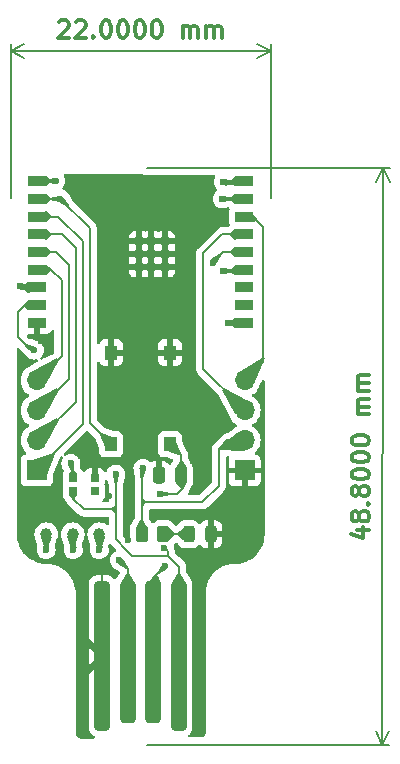
<source format=gbr>
%TF.GenerationSoftware,KiCad,Pcbnew,8.0.4*%
%TF.CreationDate,2024-09-01T23:06:17-05:00*%
%TF.ProjectId,Quick Hack,51756963-6b20-4486-9163-6b2e6b696361,rev?*%
%TF.SameCoordinates,Original*%
%TF.FileFunction,Copper,L1,Top*%
%TF.FilePolarity,Positive*%
%FSLAX46Y46*%
G04 Gerber Fmt 4.6, Leading zero omitted, Abs format (unit mm)*
G04 Created by KiCad (PCBNEW 8.0.4) date 2024-09-01 23:06:17*
%MOMM*%
%LPD*%
G01*
G04 APERTURE LIST*
G04 Aperture macros list*
%AMRoundRect*
0 Rectangle with rounded corners*
0 $1 Rounding radius*
0 $2 $3 $4 $5 $6 $7 $8 $9 X,Y pos of 4 corners*
0 Add a 4 corners polygon primitive as box body*
4,1,4,$2,$3,$4,$5,$6,$7,$8,$9,$2,$3,0*
0 Add four circle primitives for the rounded corners*
1,1,$1+$1,$2,$3*
1,1,$1+$1,$4,$5*
1,1,$1+$1,$6,$7*
1,1,$1+$1,$8,$9*
0 Add four rect primitives between the rounded corners*
20,1,$1+$1,$2,$3,$4,$5,0*
20,1,$1+$1,$4,$5,$6,$7,0*
20,1,$1+$1,$6,$7,$8,$9,0*
20,1,$1+$1,$8,$9,$2,$3,0*%
G04 Aperture macros list end*
%ADD10C,0.300000*%
%TA.AperFunction,NonConductor*%
%ADD11C,0.300000*%
%TD*%
%TA.AperFunction,NonConductor*%
%ADD12C,0.200000*%
%TD*%
%TA.AperFunction,SMDPad,CuDef*%
%ADD13R,0.700000X0.700000*%
%TD*%
%TA.AperFunction,SMDPad,CuDef*%
%ADD14R,1.000000X1.250000*%
%TD*%
%TA.AperFunction,SMDPad,CuDef*%
%ADD15C,1.000000*%
%TD*%
%TA.AperFunction,SMDPad,CuDef*%
%ADD16RoundRect,0.325000X-0.325000X-6.025000X0.325000X-6.025000X0.325000X6.025000X-0.325000X6.025000X0*%
%TD*%
%TA.AperFunction,SMDPad,CuDef*%
%ADD17RoundRect,0.325000X-0.325000X-5.725000X0.325000X-5.725000X0.325000X5.725000X-0.325000X5.725000X0*%
%TD*%
%TA.AperFunction,SMDPad,CuDef*%
%ADD18RoundRect,0.250000X-0.262500X-0.450000X0.262500X-0.450000X0.262500X0.450000X-0.262500X0.450000X0*%
%TD*%
%TA.AperFunction,ComponentPad*%
%ADD19R,1.700000X1.700000*%
%TD*%
%TA.AperFunction,ComponentPad*%
%ADD20O,1.700000X1.700000*%
%TD*%
%TA.AperFunction,SMDPad,CuDef*%
%ADD21R,1.500000X0.900000*%
%TD*%
%TA.AperFunction,SMDPad,CuDef*%
%ADD22RoundRect,0.243750X0.243750X0.456250X-0.243750X0.456250X-0.243750X-0.456250X0.243750X-0.456250X0*%
%TD*%
%TA.AperFunction,SMDPad,CuDef*%
%ADD23RoundRect,0.250000X0.250000X0.475000X-0.250000X0.475000X-0.250000X-0.475000X0.250000X-0.475000X0*%
%TD*%
%TA.AperFunction,ViaPad*%
%ADD24C,0.600000*%
%TD*%
%TA.AperFunction,Conductor*%
%ADD25C,0.200000*%
%TD*%
G04 APERTURE END LIST*
D10*
D11*
X150158156Y-84823683D02*
X151158155Y-84824195D01*
X149586544Y-85180533D02*
X150657790Y-85538225D01*
X150657790Y-85538225D02*
X150658265Y-84609653D01*
X150301525Y-83823757D02*
X150230023Y-83966577D01*
X150230023Y-83966577D02*
X150158558Y-84037969D01*
X150158558Y-84037969D02*
X150015664Y-84109325D01*
X150015664Y-84109325D02*
X149944236Y-84109288D01*
X149944236Y-84109288D02*
X149801415Y-84037786D01*
X149801415Y-84037786D02*
X149730023Y-83966321D01*
X149730023Y-83966321D02*
X149658668Y-83823427D01*
X149658668Y-83823427D02*
X149658814Y-83537713D01*
X149658814Y-83537713D02*
X149730316Y-83394893D01*
X149730316Y-83394893D02*
X149801781Y-83323501D01*
X149801781Y-83323501D02*
X149944675Y-83252145D01*
X149944675Y-83252145D02*
X150016103Y-83252182D01*
X150016103Y-83252182D02*
X150158924Y-83323684D01*
X150158924Y-83323684D02*
X150230316Y-83395149D01*
X150230316Y-83395149D02*
X150301671Y-83538042D01*
X150301671Y-83538042D02*
X150301525Y-83823757D01*
X150301525Y-83823757D02*
X150372880Y-83966650D01*
X150372880Y-83966650D02*
X150444272Y-84038116D01*
X150444272Y-84038116D02*
X150587093Y-84109617D01*
X150587093Y-84109617D02*
X150872807Y-84109764D01*
X150872807Y-84109764D02*
X151015701Y-84038408D01*
X151015701Y-84038408D02*
X151087166Y-83967016D01*
X151087166Y-83967016D02*
X151158668Y-83824196D01*
X151158668Y-83824196D02*
X151158814Y-83538482D01*
X151158814Y-83538482D02*
X151087459Y-83395588D01*
X151087459Y-83395588D02*
X151016067Y-83324123D01*
X151016067Y-83324123D02*
X150873246Y-83252621D01*
X150873246Y-83252621D02*
X150587532Y-83252475D01*
X150587532Y-83252475D02*
X150444638Y-83323830D01*
X150444638Y-83323830D02*
X150373173Y-83395222D01*
X150373173Y-83395222D02*
X150301671Y-83538042D01*
X151016433Y-82609837D02*
X151087898Y-82538445D01*
X151087898Y-82538445D02*
X151159290Y-82609911D01*
X151159290Y-82609911D02*
X151087825Y-82681303D01*
X151087825Y-82681303D02*
X151016433Y-82609837D01*
X151016433Y-82609837D02*
X151159290Y-82609911D01*
X150302623Y-81680900D02*
X150231121Y-81823720D01*
X150231121Y-81823720D02*
X150159656Y-81895112D01*
X150159656Y-81895112D02*
X150016762Y-81966468D01*
X150016762Y-81966468D02*
X149945334Y-81966431D01*
X149945334Y-81966431D02*
X149802513Y-81894929D01*
X149802513Y-81894929D02*
X149731121Y-81823464D01*
X149731121Y-81823464D02*
X149659766Y-81680571D01*
X149659766Y-81680571D02*
X149659912Y-81394856D01*
X149659912Y-81394856D02*
X149731414Y-81252036D01*
X149731414Y-81252036D02*
X149802879Y-81180644D01*
X149802879Y-81180644D02*
X149945773Y-81109288D01*
X149945773Y-81109288D02*
X150017201Y-81109325D01*
X150017201Y-81109325D02*
X150160022Y-81180827D01*
X150160022Y-81180827D02*
X150231414Y-81252292D01*
X150231414Y-81252292D02*
X150302769Y-81395186D01*
X150302769Y-81395186D02*
X150302623Y-81680900D01*
X150302623Y-81680900D02*
X150373978Y-81823794D01*
X150373978Y-81823794D02*
X150445370Y-81895259D01*
X150445370Y-81895259D02*
X150588191Y-81966761D01*
X150588191Y-81966761D02*
X150873905Y-81966907D01*
X150873905Y-81966907D02*
X151016799Y-81895552D01*
X151016799Y-81895552D02*
X151088264Y-81824160D01*
X151088264Y-81824160D02*
X151159766Y-81681339D01*
X151159766Y-81681339D02*
X151159912Y-81395625D01*
X151159912Y-81395625D02*
X151088556Y-81252731D01*
X151088556Y-81252731D02*
X151017165Y-81181266D01*
X151017165Y-81181266D02*
X150874344Y-81109764D01*
X150874344Y-81109764D02*
X150588630Y-81109618D01*
X150588630Y-81109618D02*
X150445736Y-81180973D01*
X150445736Y-81180973D02*
X150374271Y-81252365D01*
X150374271Y-81252365D02*
X150302769Y-81395186D01*
X149660534Y-80180571D02*
X149660607Y-80037714D01*
X149660607Y-80037714D02*
X149732109Y-79894894D01*
X149732109Y-79894894D02*
X149803574Y-79823502D01*
X149803574Y-79823502D02*
X149946468Y-79752146D01*
X149946468Y-79752146D02*
X150232219Y-79680864D01*
X150232219Y-79680864D02*
X150589362Y-79681047D01*
X150589362Y-79681047D02*
X150875039Y-79752622D01*
X150875039Y-79752622D02*
X151017860Y-79824124D01*
X151017860Y-79824124D02*
X151089252Y-79895589D01*
X151089252Y-79895589D02*
X151160607Y-80038483D01*
X151160607Y-80038483D02*
X151160534Y-80181340D01*
X151160534Y-80181340D02*
X151089032Y-80324160D01*
X151089032Y-80324160D02*
X151017567Y-80395552D01*
X151017567Y-80395552D02*
X150874673Y-80466908D01*
X150874673Y-80466908D02*
X150588922Y-80538190D01*
X150588922Y-80538190D02*
X150231780Y-80538007D01*
X150231780Y-80538007D02*
X149946102Y-80466432D01*
X149946102Y-80466432D02*
X149803281Y-80394930D01*
X149803281Y-80394930D02*
X149731890Y-80323465D01*
X149731890Y-80323465D02*
X149660534Y-80180571D01*
X149661266Y-78752000D02*
X149661339Y-78609143D01*
X149661339Y-78609143D02*
X149732841Y-78466323D01*
X149732841Y-78466323D02*
X149804306Y-78394931D01*
X149804306Y-78394931D02*
X149947200Y-78323575D01*
X149947200Y-78323575D02*
X150232951Y-78252293D01*
X150232951Y-78252293D02*
X150590093Y-78252476D01*
X150590093Y-78252476D02*
X150875771Y-78324051D01*
X150875771Y-78324051D02*
X151018592Y-78395553D01*
X151018592Y-78395553D02*
X151089984Y-78467018D01*
X151089984Y-78467018D02*
X151161339Y-78609912D01*
X151161339Y-78609912D02*
X151161266Y-78752769D01*
X151161266Y-78752769D02*
X151089764Y-78895589D01*
X151089764Y-78895589D02*
X151018299Y-78966981D01*
X151018299Y-78966981D02*
X150875405Y-79038337D01*
X150875405Y-79038337D02*
X150589654Y-79109619D01*
X150589654Y-79109619D02*
X150232512Y-79109436D01*
X150232512Y-79109436D02*
X149946834Y-79037861D01*
X149946834Y-79037861D02*
X149804013Y-78966359D01*
X149804013Y-78966359D02*
X149732621Y-78894894D01*
X149732621Y-78894894D02*
X149661266Y-78752000D01*
X149661998Y-77323430D02*
X149662071Y-77180572D01*
X149662071Y-77180572D02*
X149733573Y-77037752D01*
X149733573Y-77037752D02*
X149805038Y-76966360D01*
X149805038Y-76966360D02*
X149947932Y-76895005D01*
X149947932Y-76895005D02*
X150233682Y-76823722D01*
X150233682Y-76823722D02*
X150590825Y-76823905D01*
X150590825Y-76823905D02*
X150876503Y-76895480D01*
X150876503Y-76895480D02*
X151019323Y-76966982D01*
X151019323Y-76966982D02*
X151090715Y-77038447D01*
X151090715Y-77038447D02*
X151162071Y-77181341D01*
X151162071Y-77181341D02*
X151161998Y-77324198D01*
X151161998Y-77324198D02*
X151090496Y-77467019D01*
X151090496Y-77467019D02*
X151019031Y-77538411D01*
X151019031Y-77538411D02*
X150876137Y-77609766D01*
X150876137Y-77609766D02*
X150590386Y-77681048D01*
X150590386Y-77681048D02*
X150233243Y-77680865D01*
X150233243Y-77680865D02*
X149947566Y-77609290D01*
X149947566Y-77609290D02*
X149804745Y-77537788D01*
X149804745Y-77537788D02*
X149733353Y-77466323D01*
X149733353Y-77466323D02*
X149661998Y-77323430D01*
X151163169Y-75038485D02*
X150163169Y-75037972D01*
X150306026Y-75038046D02*
X150234634Y-74966580D01*
X150234634Y-74966580D02*
X150163279Y-74823687D01*
X150163279Y-74823687D02*
X150163388Y-74609401D01*
X150163388Y-74609401D02*
X150234890Y-74466580D01*
X150234890Y-74466580D02*
X150377784Y-74395225D01*
X150377784Y-74395225D02*
X151163498Y-74395628D01*
X150377784Y-74395225D02*
X150234963Y-74323723D01*
X150234963Y-74323723D02*
X150163608Y-74180830D01*
X150163608Y-74180830D02*
X150163718Y-73966544D01*
X150163718Y-73966544D02*
X150235219Y-73823723D01*
X150235219Y-73823723D02*
X150378113Y-73752368D01*
X150378113Y-73752368D02*
X151163827Y-73752770D01*
X151164193Y-73038485D02*
X150164193Y-73037973D01*
X150307050Y-73038046D02*
X150235658Y-72966581D01*
X150235658Y-72966581D02*
X150164303Y-72823687D01*
X150164303Y-72823687D02*
X150164413Y-72609401D01*
X150164413Y-72609401D02*
X150235915Y-72466581D01*
X150235915Y-72466581D02*
X150378808Y-72395225D01*
X150378808Y-72395225D02*
X151164523Y-72395628D01*
X150378808Y-72395225D02*
X150235988Y-72323724D01*
X150235988Y-72323724D02*
X150164632Y-72180830D01*
X150164632Y-72180830D02*
X150164742Y-71966544D01*
X150164742Y-71966544D02*
X150236244Y-71823724D01*
X150236244Y-71823724D02*
X150379138Y-71752368D01*
X150379138Y-71752368D02*
X151164852Y-71752771D01*
D12*
X132325000Y-54200256D02*
X152881931Y-54210787D01*
X132300000Y-103000256D02*
X152856931Y-103010787D01*
X152295511Y-54210487D02*
X152270511Y-103010487D01*
X152295511Y-54210487D02*
X152270511Y-103010487D01*
X152295511Y-54210487D02*
X152881355Y-55337291D01*
X152295511Y-54210487D02*
X151708513Y-55336690D01*
X152270511Y-103010487D02*
X151684667Y-101883683D01*
X152270511Y-103010487D02*
X152857509Y-101884284D01*
D10*
D11*
X124871430Y-41821185D02*
X124942858Y-41749757D01*
X124942858Y-41749757D02*
X125085716Y-41678328D01*
X125085716Y-41678328D02*
X125442858Y-41678328D01*
X125442858Y-41678328D02*
X125585716Y-41749757D01*
X125585716Y-41749757D02*
X125657144Y-41821185D01*
X125657144Y-41821185D02*
X125728573Y-41964042D01*
X125728573Y-41964042D02*
X125728573Y-42106900D01*
X125728573Y-42106900D02*
X125657144Y-42321185D01*
X125657144Y-42321185D02*
X124800001Y-43178328D01*
X124800001Y-43178328D02*
X125728573Y-43178328D01*
X126300001Y-41821185D02*
X126371429Y-41749757D01*
X126371429Y-41749757D02*
X126514287Y-41678328D01*
X126514287Y-41678328D02*
X126871429Y-41678328D01*
X126871429Y-41678328D02*
X127014287Y-41749757D01*
X127014287Y-41749757D02*
X127085715Y-41821185D01*
X127085715Y-41821185D02*
X127157144Y-41964042D01*
X127157144Y-41964042D02*
X127157144Y-42106900D01*
X127157144Y-42106900D02*
X127085715Y-42321185D01*
X127085715Y-42321185D02*
X126228572Y-43178328D01*
X126228572Y-43178328D02*
X127157144Y-43178328D01*
X127800000Y-43035471D02*
X127871429Y-43106900D01*
X127871429Y-43106900D02*
X127800000Y-43178328D01*
X127800000Y-43178328D02*
X127728572Y-43106900D01*
X127728572Y-43106900D02*
X127800000Y-43035471D01*
X127800000Y-43035471D02*
X127800000Y-43178328D01*
X128800001Y-41678328D02*
X128942858Y-41678328D01*
X128942858Y-41678328D02*
X129085715Y-41749757D01*
X129085715Y-41749757D02*
X129157144Y-41821185D01*
X129157144Y-41821185D02*
X129228572Y-41964042D01*
X129228572Y-41964042D02*
X129300001Y-42249757D01*
X129300001Y-42249757D02*
X129300001Y-42606900D01*
X129300001Y-42606900D02*
X129228572Y-42892614D01*
X129228572Y-42892614D02*
X129157144Y-43035471D01*
X129157144Y-43035471D02*
X129085715Y-43106900D01*
X129085715Y-43106900D02*
X128942858Y-43178328D01*
X128942858Y-43178328D02*
X128800001Y-43178328D01*
X128800001Y-43178328D02*
X128657144Y-43106900D01*
X128657144Y-43106900D02*
X128585715Y-43035471D01*
X128585715Y-43035471D02*
X128514286Y-42892614D01*
X128514286Y-42892614D02*
X128442858Y-42606900D01*
X128442858Y-42606900D02*
X128442858Y-42249757D01*
X128442858Y-42249757D02*
X128514286Y-41964042D01*
X128514286Y-41964042D02*
X128585715Y-41821185D01*
X128585715Y-41821185D02*
X128657144Y-41749757D01*
X128657144Y-41749757D02*
X128800001Y-41678328D01*
X130228572Y-41678328D02*
X130371429Y-41678328D01*
X130371429Y-41678328D02*
X130514286Y-41749757D01*
X130514286Y-41749757D02*
X130585715Y-41821185D01*
X130585715Y-41821185D02*
X130657143Y-41964042D01*
X130657143Y-41964042D02*
X130728572Y-42249757D01*
X130728572Y-42249757D02*
X130728572Y-42606900D01*
X130728572Y-42606900D02*
X130657143Y-42892614D01*
X130657143Y-42892614D02*
X130585715Y-43035471D01*
X130585715Y-43035471D02*
X130514286Y-43106900D01*
X130514286Y-43106900D02*
X130371429Y-43178328D01*
X130371429Y-43178328D02*
X130228572Y-43178328D01*
X130228572Y-43178328D02*
X130085715Y-43106900D01*
X130085715Y-43106900D02*
X130014286Y-43035471D01*
X130014286Y-43035471D02*
X129942857Y-42892614D01*
X129942857Y-42892614D02*
X129871429Y-42606900D01*
X129871429Y-42606900D02*
X129871429Y-42249757D01*
X129871429Y-42249757D02*
X129942857Y-41964042D01*
X129942857Y-41964042D02*
X130014286Y-41821185D01*
X130014286Y-41821185D02*
X130085715Y-41749757D01*
X130085715Y-41749757D02*
X130228572Y-41678328D01*
X131657143Y-41678328D02*
X131800000Y-41678328D01*
X131800000Y-41678328D02*
X131942857Y-41749757D01*
X131942857Y-41749757D02*
X132014286Y-41821185D01*
X132014286Y-41821185D02*
X132085714Y-41964042D01*
X132085714Y-41964042D02*
X132157143Y-42249757D01*
X132157143Y-42249757D02*
X132157143Y-42606900D01*
X132157143Y-42606900D02*
X132085714Y-42892614D01*
X132085714Y-42892614D02*
X132014286Y-43035471D01*
X132014286Y-43035471D02*
X131942857Y-43106900D01*
X131942857Y-43106900D02*
X131800000Y-43178328D01*
X131800000Y-43178328D02*
X131657143Y-43178328D01*
X131657143Y-43178328D02*
X131514286Y-43106900D01*
X131514286Y-43106900D02*
X131442857Y-43035471D01*
X131442857Y-43035471D02*
X131371428Y-42892614D01*
X131371428Y-42892614D02*
X131300000Y-42606900D01*
X131300000Y-42606900D02*
X131300000Y-42249757D01*
X131300000Y-42249757D02*
X131371428Y-41964042D01*
X131371428Y-41964042D02*
X131442857Y-41821185D01*
X131442857Y-41821185D02*
X131514286Y-41749757D01*
X131514286Y-41749757D02*
X131657143Y-41678328D01*
X133085714Y-41678328D02*
X133228571Y-41678328D01*
X133228571Y-41678328D02*
X133371428Y-41749757D01*
X133371428Y-41749757D02*
X133442857Y-41821185D01*
X133442857Y-41821185D02*
X133514285Y-41964042D01*
X133514285Y-41964042D02*
X133585714Y-42249757D01*
X133585714Y-42249757D02*
X133585714Y-42606900D01*
X133585714Y-42606900D02*
X133514285Y-42892614D01*
X133514285Y-42892614D02*
X133442857Y-43035471D01*
X133442857Y-43035471D02*
X133371428Y-43106900D01*
X133371428Y-43106900D02*
X133228571Y-43178328D01*
X133228571Y-43178328D02*
X133085714Y-43178328D01*
X133085714Y-43178328D02*
X132942857Y-43106900D01*
X132942857Y-43106900D02*
X132871428Y-43035471D01*
X132871428Y-43035471D02*
X132799999Y-42892614D01*
X132799999Y-42892614D02*
X132728571Y-42606900D01*
X132728571Y-42606900D02*
X132728571Y-42249757D01*
X132728571Y-42249757D02*
X132799999Y-41964042D01*
X132799999Y-41964042D02*
X132871428Y-41821185D01*
X132871428Y-41821185D02*
X132942857Y-41749757D01*
X132942857Y-41749757D02*
X133085714Y-41678328D01*
X135371427Y-43178328D02*
X135371427Y-42178328D01*
X135371427Y-42321185D02*
X135442856Y-42249757D01*
X135442856Y-42249757D02*
X135585713Y-42178328D01*
X135585713Y-42178328D02*
X135799999Y-42178328D01*
X135799999Y-42178328D02*
X135942856Y-42249757D01*
X135942856Y-42249757D02*
X136014285Y-42392614D01*
X136014285Y-42392614D02*
X136014285Y-43178328D01*
X136014285Y-42392614D02*
X136085713Y-42249757D01*
X136085713Y-42249757D02*
X136228570Y-42178328D01*
X136228570Y-42178328D02*
X136442856Y-42178328D01*
X136442856Y-42178328D02*
X136585713Y-42249757D01*
X136585713Y-42249757D02*
X136657142Y-42392614D01*
X136657142Y-42392614D02*
X136657142Y-43178328D01*
X137371427Y-43178328D02*
X137371427Y-42178328D01*
X137371427Y-42321185D02*
X137442856Y-42249757D01*
X137442856Y-42249757D02*
X137585713Y-42178328D01*
X137585713Y-42178328D02*
X137799999Y-42178328D01*
X137799999Y-42178328D02*
X137942856Y-42249757D01*
X137942856Y-42249757D02*
X138014285Y-42392614D01*
X138014285Y-42392614D02*
X138014285Y-43178328D01*
X138014285Y-42392614D02*
X138085713Y-42249757D01*
X138085713Y-42249757D02*
X138228570Y-42178328D01*
X138228570Y-42178328D02*
X138442856Y-42178328D01*
X138442856Y-42178328D02*
X138585713Y-42249757D01*
X138585713Y-42249757D02*
X138657142Y-42392614D01*
X138657142Y-42392614D02*
X138657142Y-43178328D01*
D12*
X120800000Y-56700000D02*
X120800000Y-43713580D01*
X142800000Y-56700000D02*
X142800000Y-43713580D01*
X120800000Y-44300000D02*
X142800000Y-44300000D01*
X120800000Y-44300000D02*
X142800000Y-44300000D01*
X120800000Y-44300000D02*
X121926504Y-43713579D01*
X120800000Y-44300000D02*
X121926504Y-44886421D01*
X142800000Y-44300000D02*
X141673496Y-44886421D01*
X142800000Y-44300000D02*
X141673496Y-43713579D01*
D13*
%TO.P,D1,1,DOUT*%
%TO.N,unconnected-(D1-DOUT-Pad1)*%
X127915000Y-81550000D03*
%TO.P,D1,2,VSS*%
%TO.N,GND*%
X127915000Y-80450000D03*
%TO.P,D1,3,DIN*%
%TO.N,IO08*%
X126085000Y-80450000D03*
%TO.P,D1,4,VDD*%
%TO.N,+5V*%
X126085000Y-81550000D03*
%TD*%
D14*
%TO.P,SW1,1,1*%
%TO.N,GND*%
X129300000Y-69825000D03*
%TO.P,SW1,2,2*%
%TO.N,RESET*%
X129300000Y-77575000D03*
%TD*%
D15*
%TO.P,TP3,1,1*%
%TO.N,Net-(U2-GPIO1{slash}ADC1_CH1{slash}XTAL_32K_N)*%
X126050000Y-85200000D03*
%TD*%
%TO.P,TP2,1,1*%
%TO.N,Net-(U2-GPIO0{slash}ADC1_CH0{slash}XTAL_32K_P)*%
X123800000Y-85200000D03*
%TD*%
D14*
%TO.P,SW2,1,1*%
%TO.N,GND*%
X134300000Y-69825000D03*
%TO.P,SW2,2,2*%
%TO.N,BOOT*%
X134300000Y-77575000D03*
%TD*%
D16*
%TO.P,J1,1,Pin_1*%
%TO.N,+5V*%
X135040000Y-95500000D03*
D17*
%TO.P,J1,2,Pin_2*%
%TO.N,USB_D-*%
X132880000Y-95200000D03*
%TO.P,J1,3,Pin_3*%
%TO.N,USB_D+*%
X130720000Y-95200000D03*
D16*
%TO.P,J1,4,Pin_4*%
%TO.N,GND*%
X128560000Y-95500000D03*
%TD*%
D18*
%TO.P,R2,1*%
%TO.N,+3V3*%
X131887500Y-85200000D03*
%TO.P,R2,2*%
%TO.N,Net-(D2-A)*%
X133712500Y-85200000D03*
%TD*%
D19*
%TO.P,J2,1,Pin_1*%
%TO.N,GND*%
X140600000Y-79800000D03*
D20*
%TO.P,J2,2,Pin_2*%
%TO.N,+3V3*%
X140600000Y-77260000D03*
%TO.P,J2,3,Pin_3*%
%TO.N,IO03*%
X140600000Y-74720000D03*
%TO.P,J2,4,Pin_4*%
%TO.N,IO02*%
X140600000Y-72180000D03*
%TD*%
D21*
%TO.P,U2,1,3V3*%
%TO.N,+3V3*%
X123050000Y-55300000D03*
%TO.P,U2,2,EN/CHIP_PU*%
%TO.N,RESET*%
X123050000Y-56800000D03*
%TO.P,U2,3,GPIO4/ADC1_CH4*%
%TO.N,IO04*%
X123050000Y-58300000D03*
%TO.P,U2,4,GPIO5/ADC2_CH0*%
%TO.N,IO05*%
X123050000Y-59800000D03*
%TO.P,U2,5,GPIO6*%
%TO.N,IO06*%
X123050000Y-61300000D03*
%TO.P,U2,6,GPIO7*%
%TO.N,IO07*%
X123050000Y-62800000D03*
%TO.P,U2,7,GPIO8*%
%TO.N,IO08*%
X123050000Y-64300000D03*
%TO.P,U2,8,GPIO9*%
%TO.N,BOOT*%
X123050000Y-65800000D03*
%TO.P,U2,9,GND*%
%TO.N,GND*%
X123050000Y-67300000D03*
%TO.P,U2,10,GPIO10*%
%TO.N,Net-(U2-GPIO10)*%
X140550000Y-67300000D03*
%TO.P,U2,11,GPIO20/U0RXD*%
%TO.N,unconnected-(U2-GPIO20{slash}U0RXD-Pad11)*%
X140550000Y-65800000D03*
%TO.P,U2,12,GPIO21/U0TXD*%
%TO.N,unconnected-(U2-GPIO21{slash}U0TXD-Pad12)*%
X140550000Y-64300000D03*
%TO.P,U2,13,GPIO18/USB_D-*%
%TO.N,USB_D-*%
X140550000Y-62800000D03*
%TO.P,U2,14,GPIO19/USB_D+*%
%TO.N,USB_D+*%
X140550000Y-61300000D03*
%TO.P,U2,15,GPIO3/ADC1_CH3*%
%TO.N,IO03*%
X140550000Y-59800000D03*
%TO.P,U2,16,GPIO2/ADC1_CH2*%
%TO.N,IO02*%
X140550000Y-58300000D03*
%TO.P,U2,17,GPIO1/ADC1_CH1/XTAL_32K_N*%
%TO.N,Net-(U2-GPIO1{slash}ADC1_CH1{slash}XTAL_32K_N)*%
X140550000Y-56800000D03*
%TO.P,U2,18,GPIO0/ADC1_CH0/XTAL_32K_P*%
%TO.N,Net-(U2-GPIO0{slash}ADC1_CH0{slash}XTAL_32K_P)*%
X140550000Y-55300000D03*
D13*
%TO.P,U2,19,GND*%
%TO.N,GND*%
X131660000Y-60400000D03*
X131660000Y-61500000D03*
X131660000Y-62600000D03*
X132710000Y-60400000D03*
X132710000Y-61500000D03*
X132710000Y-62600000D03*
X133860000Y-60400000D03*
X133860000Y-61500000D03*
X133860000Y-62600000D03*
%TD*%
D22*
%TO.P,D2,1,K*%
%TO.N,GND*%
X137737500Y-85200000D03*
%TO.P,D2,2,A*%
%TO.N,Net-(D2-A)*%
X135862500Y-85200000D03*
%TD*%
D19*
%TO.P,J3,1,Pin_1*%
%TO.N,IO04*%
X123000000Y-79800000D03*
D20*
%TO.P,J3,2,Pin_2*%
%TO.N,IO05*%
X123000000Y-77260000D03*
%TO.P,J3,3,Pin_3*%
%TO.N,IO06*%
X123000000Y-74720000D03*
%TO.P,J3,4,Pin_4*%
%TO.N,IO07*%
X123000000Y-72180000D03*
%TD*%
D15*
%TO.P,TP1,1,1*%
%TO.N,Net-(U2-GPIO10)*%
X128300000Y-85200000D03*
%TD*%
D23*
%TO.P,C7,1*%
%TO.N,BOOT*%
X135250000Y-80200000D03*
%TO.P,C7,2*%
%TO.N,GND*%
X133350000Y-80200000D03*
%TD*%
D24*
%TO.N,+5V*%
X129700000Y-80100000D03*
X133798680Y-86350000D03*
%TO.N,GND*%
X130700000Y-85700000D03*
X136200000Y-69800000D03*
X129100000Y-82000000D03*
X122000000Y-84000000D03*
X123400000Y-68800000D03*
X130400000Y-61500000D03*
X136200000Y-79000000D03*
X128200000Y-79100000D03*
X130400000Y-62600000D03*
X130400000Y-60400000D03*
%TO.N,RESET*%
X125000000Y-56800000D03*
%TO.N,+3V3*%
X124600000Y-55300000D03*
X132000000Y-79600000D03*
%TO.N,BOOT*%
X122800000Y-69600000D03*
X133400000Y-81800000D03*
%TO.N,IO08*%
X125900000Y-79200000D03*
X121600000Y-64200000D03*
%TO.N,USB_D-*%
X138800000Y-62900000D03*
X133900000Y-87900000D03*
%TO.N,USB_D+*%
X137900000Y-62200000D03*
X130000000Y-87400000D03*
%TO.N,Net-(U2-GPIO10)*%
X128300000Y-86500000D03*
X139200000Y-67300000D03*
%TO.N,Net-(U2-GPIO0{slash}ADC1_CH0{slash}XTAL_32K_P)*%
X123800000Y-86500000D03*
X138800000Y-55400000D03*
%TO.N,Net-(U2-GPIO1{slash}ADC1_CH1{slash}XTAL_32K_N)*%
X138700000Y-56800000D03*
X126100000Y-86500000D03*
%TD*%
D25*
%TO.N,+5V*%
X129700000Y-83100000D02*
X129700000Y-82800000D01*
X126085000Y-81550000D02*
X126085000Y-82185000D01*
X133798680Y-86350000D02*
X134100000Y-86651320D01*
X129700000Y-83400000D02*
X129700000Y-83100000D01*
X129400000Y-83100000D02*
X129700000Y-83400000D01*
X129400000Y-83100000D02*
X129700000Y-82800000D01*
X129700000Y-82800000D02*
X129700000Y-80100000D01*
X135040000Y-87940000D02*
X134700000Y-87600000D01*
X129400000Y-83100000D02*
X129700000Y-83100000D01*
X129700000Y-85600000D02*
X129700000Y-83400000D01*
X126085000Y-82185000D02*
X127000000Y-83100000D01*
X134100000Y-87000000D02*
X131800000Y-87000000D01*
X134700000Y-87600000D02*
X134100000Y-87000000D01*
X131100000Y-87000000D02*
X130600000Y-86500000D01*
X131800000Y-87000000D02*
X131100000Y-87000000D01*
X135040000Y-95500000D02*
X135040000Y-87940000D01*
X127000000Y-83100000D02*
X129400000Y-83100000D01*
X134100000Y-86651320D02*
X134100000Y-87000000D01*
X130600000Y-86500000D02*
X129700000Y-85600000D01*
%TO.N,GND*%
X123050000Y-68450000D02*
X123400000Y-68800000D01*
X129300000Y-69825000D02*
X134300000Y-69825000D01*
X140600000Y-79800000D02*
X140600000Y-83600000D01*
X129300000Y-74600000D02*
X129300000Y-69825000D01*
X130900000Y-76200000D02*
X129300000Y-74600000D01*
X121800000Y-86200000D02*
X123084540Y-87484540D01*
X131660000Y-62600000D02*
X131660000Y-60400000D01*
X133860000Y-62600000D02*
X133860000Y-60400000D01*
X136200000Y-69800000D02*
X136175000Y-69825000D01*
X131660000Y-61500000D02*
X133860000Y-61500000D01*
X133350000Y-78750000D02*
X130900000Y-76300000D01*
X131660000Y-62600000D02*
X133860000Y-62600000D01*
X131660000Y-60400000D02*
X133860000Y-60400000D01*
X130900000Y-76300000D02*
X130900000Y-76200000D01*
X123084540Y-87484540D02*
X123128721Y-87500000D01*
X121800000Y-84200000D02*
X121800000Y-86200000D01*
X129300000Y-63700000D02*
X130400000Y-62600000D01*
X140600000Y-83600000D02*
X139000000Y-85200000D01*
X129300000Y-69825000D02*
X129300000Y-63700000D01*
X139000000Y-85200000D02*
X137737500Y-85200000D01*
X128560000Y-88260000D02*
X128560000Y-95500000D01*
X123050000Y-67300000D02*
X123050000Y-68450000D01*
X122000000Y-84000000D02*
X121800000Y-84200000D01*
X133350000Y-80200000D02*
X133350000Y-78750000D01*
X123128721Y-87500000D02*
X127800000Y-87500000D01*
X136175000Y-69825000D02*
X134300000Y-69825000D01*
X127800000Y-87500000D02*
X128560000Y-88260000D01*
%TO.N,RESET*%
X127500000Y-59300000D02*
X125000000Y-56800000D01*
X129300000Y-77575000D02*
X127500000Y-75775000D01*
X127500000Y-75775000D02*
X127500000Y-59300000D01*
X125000000Y-56800000D02*
X123050000Y-56800000D01*
%TO.N,+3V3*%
X137000000Y-82500000D02*
X138400000Y-81100000D01*
X123050000Y-55300000D02*
X124600000Y-55300000D01*
X132187500Y-82500000D02*
X131887500Y-82200000D01*
X138400000Y-81100000D02*
X138400000Y-78000000D01*
X131887500Y-85200000D02*
X131887500Y-82800000D01*
X131887500Y-82200000D02*
X131887500Y-79712500D01*
X131887500Y-82500000D02*
X132200000Y-82500000D01*
X138400000Y-78000000D02*
X139140000Y-77260000D01*
X139140000Y-77260000D02*
X140600000Y-77260000D01*
X132200000Y-82500000D02*
X137000000Y-82500000D01*
X132187500Y-82500000D02*
X131887500Y-82800000D01*
X131887500Y-79712500D02*
X132000000Y-79600000D01*
X131887500Y-82800000D02*
X131887500Y-82500000D01*
X132200000Y-82500000D02*
X132187500Y-82500000D01*
X131887500Y-82500000D02*
X131887500Y-82200000D01*
%TO.N,BOOT*%
X121400000Y-66400000D02*
X121400000Y-68500000D01*
X122000000Y-65800000D02*
X121400000Y-66400000D01*
X135300000Y-81400000D02*
X135300000Y-80250000D01*
X123050000Y-65800000D02*
X122000000Y-65800000D01*
X135300000Y-80250000D02*
X135250000Y-80200000D01*
X135250000Y-78525000D02*
X134300000Y-77575000D01*
X135250000Y-80200000D02*
X135250000Y-78525000D01*
X122500000Y-69600000D02*
X122800000Y-69600000D01*
X133400000Y-81800000D02*
X134900000Y-81800000D01*
X134900000Y-81800000D02*
X135300000Y-81400000D01*
X121400000Y-68500000D02*
X122500000Y-69600000D01*
%TO.N,IO08*%
X121700000Y-64300000D02*
X123050000Y-64300000D01*
X126085000Y-80450000D02*
X126085000Y-79385000D01*
X126085000Y-79385000D02*
X125900000Y-79200000D01*
X121600000Y-64200000D02*
X121700000Y-64300000D01*
%TO.N,IO07*%
X123000000Y-72180000D02*
X125100000Y-70080000D01*
X125100000Y-63700000D02*
X124200000Y-62800000D01*
X125100000Y-70080000D02*
X125100000Y-63700000D01*
X124200000Y-62800000D02*
X123050000Y-62800000D01*
%TO.N,IO06*%
X124600000Y-61300000D02*
X123050000Y-61300000D01*
X123000000Y-74720000D02*
X125700000Y-72020000D01*
X125700000Y-62400000D02*
X124600000Y-61300000D01*
X125700000Y-72020000D02*
X125700000Y-62400000D01*
%TO.N,Net-(D2-A)*%
X133712500Y-85200000D02*
X135862500Y-85200000D01*
%TO.N,USB_D-*%
X133900000Y-87900000D02*
X132880000Y-88920000D01*
X140450000Y-62900000D02*
X140550000Y-62800000D01*
X132880000Y-88920000D02*
X132880000Y-95200000D01*
X138800000Y-62900000D02*
X140450000Y-62900000D01*
%TO.N,USB_D+*%
X130000000Y-87400000D02*
X130720000Y-88120000D01*
X130720000Y-88120000D02*
X130720000Y-95200000D01*
X138800000Y-61300000D02*
X140550000Y-61300000D01*
X137900000Y-62200000D02*
X138800000Y-61300000D01*
%TO.N,IO03*%
X137100000Y-71220000D02*
X137100000Y-61400000D01*
X137100000Y-61400000D02*
X138700000Y-59800000D01*
X140600000Y-74720000D02*
X137100000Y-71220000D01*
X138700000Y-59800000D02*
X140550000Y-59800000D01*
%TO.N,IO02*%
X142200000Y-70580000D02*
X142200000Y-59200000D01*
X141300000Y-58300000D02*
X140550000Y-58300000D01*
X140600000Y-72180000D02*
X142200000Y-70580000D01*
X142200000Y-59200000D02*
X141300000Y-58300000D01*
%TO.N,IO05*%
X123000000Y-77260000D02*
X126300000Y-73960000D01*
X126300000Y-61000000D02*
X125100000Y-59800000D01*
X125100000Y-59800000D02*
X123050000Y-59800000D01*
X126300000Y-73960000D02*
X126300000Y-61000000D01*
%TO.N,IO04*%
X126900000Y-60400000D02*
X124800000Y-58300000D01*
X124800000Y-58300000D02*
X123050000Y-58300000D01*
X126900000Y-75900000D02*
X126900000Y-60400000D01*
X123000000Y-79800000D02*
X126900000Y-75900000D01*
%TO.N,Net-(U2-GPIO10)*%
X128300000Y-85200000D02*
X128300000Y-86500000D01*
X139200000Y-67300000D02*
X140550000Y-67300000D01*
%TO.N,Net-(U2-GPIO0{slash}ADC1_CH0{slash}XTAL_32K_P)*%
X123800000Y-85200000D02*
X123800000Y-86500000D01*
X140450000Y-55400000D02*
X140550000Y-55300000D01*
X138800000Y-55400000D02*
X140450000Y-55400000D01*
%TO.N,Net-(U2-GPIO1{slash}ADC1_CH1{slash}XTAL_32K_N)*%
X126050000Y-86450000D02*
X126100000Y-86500000D01*
X126050000Y-85200000D02*
X126050000Y-86450000D01*
X138700000Y-56800000D02*
X140550000Y-56800000D01*
%TD*%
%TA.AperFunction,Conductor*%
%TO.N,Net-(U2-GPIO10)*%
G36*
X139806872Y-66854118D02*
G01*
X140534251Y-67289964D01*
X140539586Y-67297156D01*
X140538273Y-67306014D01*
X140534251Y-67310036D01*
X139806872Y-67745881D01*
X139798014Y-67747194D01*
X139793675Y-67745080D01*
X139354517Y-67403513D01*
X139350090Y-67395729D01*
X139350000Y-67394278D01*
X139350000Y-67205721D01*
X139353427Y-67197448D01*
X139354509Y-67196492D01*
X139793675Y-66854918D01*
X139802309Y-66852544D01*
X139806872Y-66854118D01*
G37*
%TD.AperFunction*%
%TD*%
%TA.AperFunction,Conductor*%
%TO.N,Net-(U2-GPIO1{slash}ADC1_CH1{slash}XTAL_32K_N)*%
G36*
X139590875Y-56697941D02*
G01*
X139598191Y-56703105D01*
X139600000Y-56709354D01*
X139600000Y-56890645D01*
X139596573Y-56898918D01*
X139590875Y-56902058D01*
X138824388Y-57075001D01*
X138815564Y-57073479D01*
X138811017Y-57068099D01*
X138700883Y-56804509D01*
X138700857Y-56795556D01*
X138700862Y-56795542D01*
X138811018Y-56531898D01*
X138817369Y-56525588D01*
X138824387Y-56524998D01*
X139590875Y-56697941D01*
G37*
%TD.AperFunction*%
%TD*%
%TA.AperFunction,Conductor*%
%TO.N,GND*%
G36*
X123612132Y-68587868D02*
G01*
X123400000Y-68801000D01*
X123100000Y-68800000D01*
X122950000Y-68044974D01*
X123150000Y-68044974D01*
X123612132Y-68587868D01*
G37*
%TD.AperFunction*%
%TD*%
%TA.AperFunction,Conductor*%
%TO.N,IO06*%
G36*
X123806325Y-60854919D02*
G01*
X124245483Y-61196487D01*
X124249910Y-61204270D01*
X124250000Y-61205721D01*
X124250000Y-61394278D01*
X124246573Y-61402551D01*
X124245483Y-61403513D01*
X123806324Y-61745080D01*
X123797690Y-61747455D01*
X123793127Y-61745881D01*
X123397828Y-61509018D01*
X123065747Y-61310034D01*
X123060413Y-61302844D01*
X123061726Y-61293986D01*
X123065746Y-61289965D01*
X123793127Y-60854117D01*
X123801985Y-60852805D01*
X123806325Y-60854919D01*
G37*
%TD.AperFunction*%
%TD*%
%TA.AperFunction,Conductor*%
%TO.N,GND*%
G36*
X122277164Y-84114805D02*
G01*
X121900000Y-84820238D01*
X121700000Y-84820238D01*
X121700000Y-84000000D01*
X122000000Y-83999000D01*
X122277164Y-84114805D01*
G37*
%TD.AperFunction*%
%TD*%
%TA.AperFunction,Conductor*%
%TO.N,USB_D-*%
G36*
X139807037Y-62414619D02*
G01*
X140532378Y-62790354D01*
X140538147Y-62797202D01*
X140537385Y-62806125D01*
X140533010Y-62810779D01*
X139805793Y-63246528D01*
X139796935Y-63247841D01*
X139794097Y-63246720D01*
X139356018Y-63003343D01*
X139350450Y-62996329D01*
X139350000Y-62993115D01*
X139350000Y-62805351D01*
X139353427Y-62797078D01*
X139354040Y-62796506D01*
X139794005Y-62416156D01*
X139802503Y-62413339D01*
X139807037Y-62414619D01*
G37*
%TD.AperFunction*%
%TD*%
%TA.AperFunction,Conductor*%
%TO.N,IO02*%
G36*
X141301156Y-58056890D02*
G01*
X141305058Y-58060087D01*
X141682478Y-58539323D01*
X141684904Y-58547943D01*
X141681559Y-58554835D01*
X141549791Y-58686603D01*
X141544322Y-58689689D01*
X141304686Y-58748843D01*
X141295861Y-58747515D01*
X140571253Y-58312477D01*
X140565925Y-58305282D01*
X140567245Y-58296425D01*
X140573637Y-58291327D01*
X141292230Y-58056206D01*
X141301156Y-58056890D01*
G37*
%TD.AperFunction*%
%TD*%
%TA.AperFunction,Conductor*%
%TO.N,Net-(U2-GPIO1{slash}ADC1_CH1{slash}XTAL_32K_N)*%
G36*
X139806872Y-56354118D02*
G01*
X140534251Y-56789964D01*
X140539586Y-56797156D01*
X140538273Y-56806014D01*
X140534251Y-56810036D01*
X139806872Y-57245881D01*
X139798014Y-57247194D01*
X139793675Y-57245080D01*
X139354517Y-56903513D01*
X139350090Y-56895729D01*
X139350000Y-56894278D01*
X139350000Y-56705721D01*
X139353427Y-56697448D01*
X139354509Y-56696492D01*
X139793675Y-56354918D01*
X139802309Y-56352544D01*
X139806872Y-56354118D01*
G37*
%TD.AperFunction*%
%TD*%
%TA.AperFunction,Conductor*%
%TO.N,RESET*%
G36*
X125277031Y-56688953D02*
G01*
X125282411Y-56693500D01*
X125702109Y-57357777D01*
X125703631Y-57366601D01*
X125700491Y-57372299D01*
X125572299Y-57500491D01*
X125564026Y-57503918D01*
X125557777Y-57502109D01*
X124893500Y-57082411D01*
X124888336Y-57075095D01*
X124888925Y-57068078D01*
X124997436Y-56803814D01*
X125003746Y-56797464D01*
X125268077Y-56688926D01*
X125277031Y-56688953D01*
G37*
%TD.AperFunction*%
%TD*%
%TA.AperFunction,Conductor*%
%TO.N,IO06*%
G36*
X124738519Y-72852275D02*
G01*
X124867724Y-72981480D01*
X124871151Y-72989753D01*
X124869793Y-72995224D01*
X123790272Y-75035877D01*
X123783374Y-75041588D01*
X123775464Y-75041220D01*
X123003785Y-74722562D01*
X122997447Y-74716238D01*
X122678779Y-73944533D01*
X122678788Y-73935580D01*
X122684120Y-73929728D01*
X124724776Y-72850205D01*
X124733690Y-72849366D01*
X124738519Y-72852275D01*
G37*
%TD.AperFunction*%
%TD*%
%TA.AperFunction,Conductor*%
%TO.N,BOOT*%
G36*
X134290875Y-81697941D02*
G01*
X134298191Y-81703105D01*
X134300000Y-81709354D01*
X134300000Y-81890645D01*
X134296573Y-81898918D01*
X134290875Y-81902058D01*
X133524388Y-82075001D01*
X133515564Y-82073479D01*
X133511017Y-82068099D01*
X133400883Y-81804509D01*
X133400857Y-81795556D01*
X133400862Y-81795542D01*
X133511018Y-81531898D01*
X133517369Y-81525588D01*
X133524387Y-81524998D01*
X134290875Y-81697941D01*
G37*
%TD.AperFunction*%
%TD*%
%TA.AperFunction,Conductor*%
%TO.N,BOOT*%
G36*
X122153054Y-69106899D02*
G01*
X122674508Y-69254718D01*
X122902194Y-69319261D01*
X122909219Y-69324814D01*
X122910259Y-69333708D01*
X122909826Y-69334961D01*
X122801606Y-69598516D01*
X122799029Y-69602373D01*
X122596018Y-69804035D01*
X122587733Y-69807434D01*
X122579623Y-69804130D01*
X122371747Y-69602373D01*
X122013546Y-69254716D01*
X122009997Y-69246497D01*
X122013300Y-69238173D01*
X122141591Y-69109881D01*
X122149863Y-69106455D01*
X122153054Y-69106899D01*
G37*
%TD.AperFunction*%
%TD*%
%TA.AperFunction,Conductor*%
%TO.N,USB_D+*%
G36*
X138472299Y-61499508D02*
G01*
X138600491Y-61627700D01*
X138603918Y-61635973D01*
X138602109Y-61642222D01*
X138182411Y-62306499D01*
X138175095Y-62311663D01*
X138168076Y-62311073D01*
X137903815Y-62202563D01*
X137897463Y-62196251D01*
X137897436Y-62196184D01*
X137788926Y-61931923D01*
X137788953Y-61922968D01*
X137793498Y-61917589D01*
X138457777Y-61497889D01*
X138466601Y-61496368D01*
X138472299Y-61499508D01*
G37*
%TD.AperFunction*%
%TD*%
%TA.AperFunction,Conductor*%
%TO.N,USB_D+*%
G36*
X130821747Y-88503427D02*
G01*
X130823429Y-88505553D01*
X131343156Y-89347219D01*
X131344835Y-89354609D01*
X130731634Y-95092144D01*
X130727347Y-95100006D01*
X130718757Y-95102535D01*
X130710895Y-95098248D01*
X130708366Y-95092144D01*
X130095164Y-89354609D01*
X130096842Y-89347221D01*
X130616571Y-88505552D01*
X130623833Y-88500314D01*
X130626526Y-88500000D01*
X130813474Y-88500000D01*
X130821747Y-88503427D01*
G37*
%TD.AperFunction*%
%TD*%
%TA.AperFunction,Conductor*%
%TO.N,IO02*%
G36*
X141301156Y-58056890D02*
G01*
X141305058Y-58060087D01*
X141682478Y-58539323D01*
X141684904Y-58547943D01*
X141681559Y-58554835D01*
X141549791Y-58686603D01*
X141544322Y-58689689D01*
X141304686Y-58748843D01*
X141295861Y-58747515D01*
X140571253Y-58312477D01*
X140565925Y-58305282D01*
X140567245Y-58296425D01*
X140573637Y-58291327D01*
X141292230Y-58056206D01*
X141301156Y-58056890D01*
G37*
%TD.AperFunction*%
%TD*%
%TA.AperFunction,Conductor*%
%TO.N,Net-(D2-A)*%
G36*
X135388552Y-84719915D02*
G01*
X135855359Y-85191771D01*
X135858741Y-85200063D01*
X135855359Y-85208229D01*
X135388552Y-85680084D01*
X135380297Y-85683555D01*
X135373010Y-85681059D01*
X134891976Y-85303513D01*
X134887584Y-85295709D01*
X134887500Y-85294309D01*
X134887500Y-85105690D01*
X134890927Y-85097417D01*
X134891966Y-85096494D01*
X135373011Y-84718939D01*
X135381634Y-84716528D01*
X135388552Y-84719915D01*
G37*
%TD.AperFunction*%
%TD*%
%TA.AperFunction,Conductor*%
%TO.N,IO05*%
G36*
X124738519Y-75392275D02*
G01*
X124867724Y-75521480D01*
X124871151Y-75529753D01*
X124869793Y-75535224D01*
X123790272Y-77575877D01*
X123783374Y-77581588D01*
X123775464Y-77581220D01*
X123003785Y-77262562D01*
X122997447Y-77256238D01*
X122678779Y-76484533D01*
X122678788Y-76475580D01*
X122684120Y-76469728D01*
X124724776Y-75390205D01*
X124733690Y-75389366D01*
X124738519Y-75392275D01*
G37*
%TD.AperFunction*%
%TD*%
%TA.AperFunction,Conductor*%
%TO.N,IO04*%
G36*
X124382172Y-78281209D02*
G01*
X124385722Y-78283641D01*
X124516358Y-78414277D01*
X124519785Y-78422550D01*
X124518994Y-78426780D01*
X123854323Y-80140932D01*
X123848137Y-80147407D01*
X123839184Y-80147611D01*
X123838947Y-80147516D01*
X123003784Y-79802562D01*
X122997446Y-79796236D01*
X122652483Y-78961052D01*
X122652492Y-78952097D01*
X122658830Y-78945771D01*
X122658996Y-78945704D01*
X124373222Y-78281005D01*
X124382172Y-78281209D01*
G37*
%TD.AperFunction*%
%TD*%
%TA.AperFunction,Conductor*%
%TO.N,Net-(U2-GPIO10)*%
G36*
X128398919Y-85603427D02*
G01*
X128402059Y-85609125D01*
X128575001Y-86375611D01*
X128573479Y-86384435D01*
X128568099Y-86388982D01*
X128304511Y-86499115D01*
X128295556Y-86499142D01*
X128295489Y-86499115D01*
X128031900Y-86388982D01*
X128025588Y-86382630D01*
X128024998Y-86375611D01*
X128197941Y-85609125D01*
X128203105Y-85601809D01*
X128209354Y-85600000D01*
X128390646Y-85600000D01*
X128398919Y-85603427D01*
G37*
%TD.AperFunction*%
%TD*%
%TA.AperFunction,Conductor*%
%TO.N,Net-(D2-A)*%
G36*
X134220823Y-84693987D02*
G01*
X134733029Y-85096487D01*
X134737417Y-85104292D01*
X134737500Y-85105685D01*
X134737500Y-85294314D01*
X134734073Y-85302587D01*
X134733029Y-85303513D01*
X134220823Y-85706012D01*
X134212201Y-85708430D01*
X134205228Y-85704992D01*
X133812704Y-85303513D01*
X133719495Y-85208178D01*
X133716163Y-85199868D01*
X133719495Y-85191821D01*
X134205228Y-84695006D01*
X134213462Y-84691487D01*
X134220823Y-84693987D01*
G37*
%TD.AperFunction*%
%TD*%
%TA.AperFunction,Conductor*%
%TO.N,Net-(U2-GPIO0{slash}ADC1_CH0{slash}XTAL_32K_P)*%
G36*
X124251960Y-85387186D02*
G01*
X124258281Y-85393530D01*
X124258585Y-85401618D01*
X123902634Y-86491931D01*
X123896809Y-86498732D01*
X123891512Y-86500000D01*
X123708488Y-86500000D01*
X123700215Y-86496573D01*
X123697366Y-86491931D01*
X123607635Y-86217078D01*
X123341414Y-85401616D01*
X123342104Y-85392690D01*
X123348037Y-85387187D01*
X123795504Y-85200871D01*
X123804455Y-85200855D01*
X124251960Y-85387186D01*
G37*
%TD.AperFunction*%
%TD*%
%TA.AperFunction,Conductor*%
%TO.N,IO08*%
G36*
X126187252Y-79753427D02*
G01*
X126188500Y-79754900D01*
X126429247Y-80091947D01*
X126431267Y-80100670D01*
X126428011Y-80107008D01*
X126093285Y-80442691D01*
X126085017Y-80446130D01*
X126076739Y-80442715D01*
X126076715Y-80442691D01*
X125741988Y-80107008D01*
X125738573Y-80098730D01*
X125740752Y-80091947D01*
X125981500Y-79754900D01*
X125989098Y-79750159D01*
X125991021Y-79750000D01*
X126178979Y-79750000D01*
X126187252Y-79753427D01*
G37*
%TD.AperFunction*%
%TD*%
%TA.AperFunction,Conductor*%
%TO.N,USB_D+*%
G36*
X130277031Y-87288953D02*
G01*
X130282411Y-87293500D01*
X130702109Y-87957777D01*
X130703631Y-87966601D01*
X130700491Y-87972299D01*
X130572299Y-88100491D01*
X130564026Y-88103918D01*
X130557777Y-88102109D01*
X129893500Y-87682411D01*
X129888336Y-87675095D01*
X129888925Y-87668078D01*
X129997436Y-87403814D01*
X130003746Y-87397464D01*
X130268077Y-87288926D01*
X130277031Y-87288953D01*
G37*
%TD.AperFunction*%
%TD*%
%TA.AperFunction,Conductor*%
%TO.N,IO08*%
G36*
X126188127Y-79199960D02*
G01*
X126196388Y-79203414D01*
X126199787Y-79211699D01*
X126199785Y-79211871D01*
X126185208Y-80018772D01*
X126181632Y-80026982D01*
X126173510Y-80030261D01*
X125992191Y-80030261D01*
X125983918Y-80026834D01*
X125981752Y-80023845D01*
X125979184Y-80018772D01*
X125628518Y-79326031D01*
X125627840Y-79317104D01*
X125633674Y-79310310D01*
X125634431Y-79309960D01*
X125897822Y-79199909D01*
X125902362Y-79199007D01*
X126188127Y-79199960D01*
G37*
%TD.AperFunction*%
%TD*%
%TA.AperFunction,Conductor*%
%TO.N,IO08*%
G36*
X122306872Y-63854118D02*
G01*
X123034251Y-64289964D01*
X123039586Y-64297156D01*
X123038273Y-64306014D01*
X123034251Y-64310036D01*
X122306872Y-64745881D01*
X122298014Y-64747194D01*
X122293675Y-64745080D01*
X121854517Y-64403513D01*
X121850090Y-64395729D01*
X121850000Y-64394278D01*
X121850000Y-64205721D01*
X121853427Y-64197448D01*
X121854509Y-64196492D01*
X122293675Y-63854918D01*
X122302309Y-63852544D01*
X122306872Y-63854118D01*
G37*
%TD.AperFunction*%
%TD*%
%TA.AperFunction,Conductor*%
%TO.N,+3V3*%
G36*
X140006183Y-76666166D02*
G01*
X140597265Y-77255860D01*
X140600702Y-77264129D01*
X140600702Y-77264153D01*
X140600009Y-78098092D01*
X140596575Y-78106362D01*
X140588299Y-78109782D01*
X140588093Y-78109780D01*
X138475430Y-78070797D01*
X138467373Y-78067372D01*
X138338762Y-77938761D01*
X138335335Y-77930488D01*
X138338762Y-77922215D01*
X138339943Y-77921183D01*
X139990838Y-76665137D01*
X139999495Y-76662855D01*
X140006183Y-76666166D01*
G37*
%TD.AperFunction*%
%TD*%
%TA.AperFunction,Conductor*%
%TO.N,IO08*%
G36*
X122472394Y-64197205D02*
G01*
X122479005Y-64203244D01*
X122480109Y-64208206D01*
X122480109Y-64389554D01*
X122476682Y-64397827D01*
X122469730Y-64401179D01*
X121612977Y-64498525D01*
X121604370Y-64496054D01*
X121600031Y-64488221D01*
X121599956Y-64486939D01*
X121599007Y-64202362D01*
X121599909Y-64197822D01*
X121710507Y-63933121D01*
X121716859Y-63926810D01*
X121725286Y-63926632D01*
X122472394Y-64197205D01*
G37*
%TD.AperFunction*%
%TD*%
%TA.AperFunction,Conductor*%
%TO.N,+3V3*%
G36*
X131989091Y-83990927D02*
G01*
X131990895Y-83993254D01*
X132376601Y-84646924D01*
X132377854Y-84655791D01*
X132375209Y-84660710D01*
X131896185Y-85191378D01*
X131888098Y-85195223D01*
X131879660Y-85192223D01*
X131878815Y-85191378D01*
X131399790Y-84660710D01*
X131396790Y-84652272D01*
X131398396Y-84646928D01*
X131784105Y-83993254D01*
X131791261Y-83987870D01*
X131794182Y-83987500D01*
X131980818Y-83987500D01*
X131989091Y-83990927D01*
G37*
%TD.AperFunction*%
%TD*%
%TA.AperFunction,Conductor*%
%TO.N,Net-(U2-GPIO10)*%
G36*
X140090875Y-67197941D02*
G01*
X140098191Y-67203105D01*
X140100000Y-67209354D01*
X140100000Y-67390645D01*
X140096573Y-67398918D01*
X140090875Y-67402058D01*
X139324388Y-67575001D01*
X139315564Y-67573479D01*
X139311017Y-67568099D01*
X139200883Y-67304509D01*
X139200857Y-67295556D01*
X139200862Y-67295542D01*
X139311018Y-67031898D01*
X139317369Y-67025588D01*
X139324387Y-67024998D01*
X140090875Y-67197941D01*
G37*
%TD.AperFunction*%
%TD*%
%TA.AperFunction,Conductor*%
%TO.N,USB_D-*%
G36*
X133631922Y-87788925D02*
G01*
X133643062Y-87793500D01*
X133896184Y-87897436D01*
X133902536Y-87903748D01*
X133902563Y-87903815D01*
X134011073Y-88168076D01*
X134011046Y-88177031D01*
X134006499Y-88182411D01*
X133342222Y-88602109D01*
X133333398Y-88603631D01*
X133327700Y-88600491D01*
X133199508Y-88472299D01*
X133196081Y-88464026D01*
X133197890Y-88457777D01*
X133617589Y-87793498D01*
X133624904Y-87788336D01*
X133631922Y-87788925D01*
G37*
%TD.AperFunction*%
%TD*%
%TA.AperFunction,Conductor*%
%TO.N,USB_D+*%
G36*
X139806872Y-60854118D02*
G01*
X140534251Y-61289964D01*
X140539586Y-61297156D01*
X140538273Y-61306014D01*
X140534251Y-61310036D01*
X139806872Y-61745881D01*
X139798014Y-61747194D01*
X139793675Y-61745080D01*
X139354517Y-61403513D01*
X139350090Y-61395729D01*
X139350000Y-61394278D01*
X139350000Y-61205721D01*
X139353427Y-61197448D01*
X139354509Y-61196492D01*
X139793675Y-60854918D01*
X139802309Y-60852544D01*
X139806872Y-60854118D01*
G37*
%TD.AperFunction*%
%TD*%
%TA.AperFunction,Conductor*%
%TO.N,Net-(U2-GPIO1{slash}ADC1_CH1{slash}XTAL_32K_N)*%
G36*
X126149509Y-85613373D02*
G01*
X126152464Y-85618356D01*
X126374219Y-86375145D01*
X126373257Y-86384048D01*
X126367502Y-86389231D01*
X126102182Y-86500088D01*
X126097632Y-86500992D01*
X125813789Y-86500045D01*
X125805527Y-86496591D01*
X125802128Y-86488306D01*
X125802290Y-86486410D01*
X125948356Y-85619702D01*
X125953110Y-85612113D01*
X125959893Y-85609946D01*
X126141236Y-85609946D01*
X126149509Y-85613373D01*
G37*
%TD.AperFunction*%
%TD*%
%TA.AperFunction,Conductor*%
%TO.N,Net-(U2-GPIO0{slash}ADC1_CH0{slash}XTAL_32K_P)*%
G36*
X139690875Y-55297941D02*
G01*
X139698191Y-55303105D01*
X139700000Y-55309354D01*
X139700000Y-55490645D01*
X139696573Y-55498918D01*
X139690875Y-55502058D01*
X138924388Y-55675001D01*
X138915564Y-55673479D01*
X138911017Y-55668099D01*
X138800883Y-55404509D01*
X138800857Y-55395556D01*
X138800862Y-55395542D01*
X138911018Y-55131898D01*
X138917369Y-55125588D01*
X138924387Y-55124998D01*
X139690875Y-55297941D01*
G37*
%TD.AperFunction*%
%TD*%
%TA.AperFunction,Conductor*%
%TO.N,+3V3*%
G36*
X124484435Y-55026520D02*
G01*
X124488982Y-55031900D01*
X124599115Y-55295489D01*
X124599142Y-55304444D01*
X124599115Y-55304511D01*
X124488982Y-55568099D01*
X124482630Y-55574411D01*
X124475611Y-55575001D01*
X123709125Y-55402058D01*
X123701809Y-55396894D01*
X123700000Y-55390645D01*
X123700000Y-55209354D01*
X123703427Y-55201081D01*
X123709124Y-55197941D01*
X124475612Y-55024998D01*
X124484435Y-55026520D01*
G37*
%TD.AperFunction*%
%TD*%
%TA.AperFunction,Conductor*%
%TO.N,IO07*%
G36*
X124738519Y-70312275D02*
G01*
X124867724Y-70441480D01*
X124871151Y-70449753D01*
X124869793Y-70455224D01*
X123790272Y-72495877D01*
X123783374Y-72501588D01*
X123775464Y-72501220D01*
X123003785Y-72182562D01*
X122997447Y-72176238D01*
X122678779Y-71404533D01*
X122678788Y-71395580D01*
X122684120Y-71389728D01*
X124724776Y-70310205D01*
X124733690Y-70309366D01*
X124738519Y-70312275D01*
G37*
%TD.AperFunction*%
%TD*%
%TA.AperFunction,Conductor*%
%TO.N,RESET*%
G36*
X123806325Y-56354919D02*
G01*
X124245483Y-56696487D01*
X124249910Y-56704270D01*
X124250000Y-56705721D01*
X124250000Y-56894278D01*
X124246573Y-56902551D01*
X124245483Y-56903513D01*
X123806324Y-57245080D01*
X123797690Y-57247455D01*
X123793127Y-57245881D01*
X123397828Y-57009018D01*
X123065747Y-56810034D01*
X123060413Y-56802844D01*
X123061726Y-56793986D01*
X123065746Y-56789965D01*
X123793127Y-56354117D01*
X123801985Y-56352805D01*
X123806325Y-56354919D01*
G37*
%TD.AperFunction*%
%TD*%
%TA.AperFunction,Conductor*%
%TO.N,IO03*%
G36*
X139806872Y-59354118D02*
G01*
X140534251Y-59789964D01*
X140539586Y-59797156D01*
X140538273Y-59806014D01*
X140534251Y-59810036D01*
X139806872Y-60245881D01*
X139798014Y-60247194D01*
X139793675Y-60245080D01*
X139354517Y-59903513D01*
X139350090Y-59895729D01*
X139350000Y-59894278D01*
X139350000Y-59705721D01*
X139353427Y-59697448D01*
X139354509Y-59696492D01*
X139793675Y-59354918D01*
X139802309Y-59352544D01*
X139806872Y-59354118D01*
G37*
%TD.AperFunction*%
%TD*%
%TA.AperFunction,Conductor*%
%TO.N,BOOT*%
G36*
X135258285Y-80209076D02*
G01*
X135260829Y-80211335D01*
X135725909Y-80764650D01*
X135728609Y-80773188D01*
X135727305Y-80777629D01*
X135360430Y-81474338D01*
X135353544Y-81480062D01*
X135344627Y-81479239D01*
X135341805Y-81477160D01*
X135212112Y-81347467D01*
X135211179Y-81346415D01*
X134828406Y-80858385D01*
X134825997Y-80849760D01*
X134827824Y-80844753D01*
X135242086Y-80212450D01*
X135249487Y-80207409D01*
X135258285Y-80209076D01*
G37*
%TD.AperFunction*%
%TD*%
%TA.AperFunction,Conductor*%
%TO.N,+3V3*%
G36*
X123806325Y-54854919D02*
G01*
X124245483Y-55196487D01*
X124249910Y-55204270D01*
X124250000Y-55205721D01*
X124250000Y-55394278D01*
X124246573Y-55402551D01*
X124245483Y-55403513D01*
X123806324Y-55745080D01*
X123797690Y-55747455D01*
X123793127Y-55745881D01*
X123397828Y-55509018D01*
X123065747Y-55310034D01*
X123060413Y-55302844D01*
X123061726Y-55293986D01*
X123065746Y-55289965D01*
X123793127Y-54854117D01*
X123801985Y-54852805D01*
X123806325Y-54854919D01*
G37*
%TD.AperFunction*%
%TD*%
%TA.AperFunction,Conductor*%
%TO.N,IO05*%
G36*
X123806325Y-59354919D02*
G01*
X124245483Y-59696487D01*
X124249910Y-59704270D01*
X124250000Y-59705721D01*
X124250000Y-59894278D01*
X124246573Y-59902551D01*
X124245483Y-59903513D01*
X123806324Y-60245080D01*
X123797690Y-60247455D01*
X123793127Y-60245881D01*
X123397828Y-60009018D01*
X123065747Y-59810034D01*
X123060413Y-59802844D01*
X123061726Y-59793986D01*
X123065746Y-59789965D01*
X123793127Y-59354117D01*
X123801985Y-59352805D01*
X123806325Y-59354919D01*
G37*
%TD.AperFunction*%
%TD*%
%TA.AperFunction,Conductor*%
%TO.N,BOOT*%
G36*
X122307069Y-65420275D02*
G01*
X123031896Y-65789705D01*
X123037711Y-65796515D01*
X123037007Y-65805442D01*
X123032605Y-65810160D01*
X122307043Y-66245771D01*
X122298186Y-66247091D01*
X122293631Y-66244811D01*
X121965103Y-65977149D01*
X121964220Y-65976351D01*
X121832050Y-65844181D01*
X121828623Y-65835908D01*
X121832050Y-65827635D01*
X121832572Y-65827145D01*
X122294038Y-65421907D01*
X122302513Y-65419024D01*
X122307069Y-65420275D01*
G37*
%TD.AperFunction*%
%TD*%
%TA.AperFunction,Conductor*%
%TO.N,IO04*%
G36*
X123806325Y-57854919D02*
G01*
X124245483Y-58196487D01*
X124249910Y-58204270D01*
X124250000Y-58205721D01*
X124250000Y-58394278D01*
X124246573Y-58402551D01*
X124245483Y-58403513D01*
X123806324Y-58745080D01*
X123797690Y-58747455D01*
X123793127Y-58745881D01*
X123397828Y-58509018D01*
X123065747Y-58310034D01*
X123060413Y-58302844D01*
X123061726Y-58293986D01*
X123065746Y-58289965D01*
X123793127Y-57854117D01*
X123801985Y-57852805D01*
X123806325Y-57854919D01*
G37*
%TD.AperFunction*%
%TD*%
%TA.AperFunction,Conductor*%
%TO.N,RESET*%
G36*
X124884435Y-56526520D02*
G01*
X124888982Y-56531900D01*
X124999115Y-56795489D01*
X124999142Y-56804444D01*
X124999115Y-56804511D01*
X124888982Y-57068099D01*
X124882630Y-57074411D01*
X124875611Y-57075001D01*
X124109125Y-56902058D01*
X124101809Y-56896894D01*
X124100000Y-56890645D01*
X124100000Y-56709354D01*
X124103427Y-56701081D01*
X124109124Y-56697941D01*
X124875612Y-56524998D01*
X124884435Y-56526520D01*
G37*
%TD.AperFunction*%
%TD*%
%TA.AperFunction,Conductor*%
%TO.N,+5V*%
G36*
X126092566Y-81557576D02*
G01*
X126092863Y-81557863D01*
X126427166Y-81892166D01*
X126430593Y-81900439D01*
X126427604Y-81908249D01*
X126201888Y-82160010D01*
X126201450Y-82160473D01*
X126069767Y-82292156D01*
X126061494Y-82295583D01*
X126053221Y-82292156D01*
X126052158Y-82290934D01*
X125763391Y-81907837D01*
X125761149Y-81899168D01*
X125764174Y-81892820D01*
X126076030Y-81558159D01*
X126084178Y-81554443D01*
X126092566Y-81557576D01*
G37*
%TD.AperFunction*%
%TD*%
%TA.AperFunction,Conductor*%
%TO.N,+5V*%
G36*
X129968099Y-80211017D02*
G01*
X129974411Y-80217369D01*
X129975001Y-80224388D01*
X129802059Y-80990875D01*
X129796895Y-80998191D01*
X129790646Y-81000000D01*
X129609354Y-81000000D01*
X129601081Y-80996573D01*
X129597941Y-80990875D01*
X129424998Y-80224388D01*
X129426520Y-80215564D01*
X129431897Y-80211018D01*
X129695490Y-80100883D01*
X129704444Y-80100857D01*
X129968099Y-80211017D01*
G37*
%TD.AperFunction*%
%TD*%
%TA.AperFunction,Conductor*%
%TO.N,Net-(U2-GPIO0{slash}ADC1_CH0{slash}XTAL_32K_P)*%
G36*
X139807037Y-54914619D02*
G01*
X140532378Y-55290354D01*
X140538147Y-55297202D01*
X140537385Y-55306125D01*
X140533010Y-55310779D01*
X139805793Y-55746528D01*
X139796935Y-55747841D01*
X139794097Y-55746720D01*
X139356018Y-55503343D01*
X139350450Y-55496329D01*
X139350000Y-55493115D01*
X139350000Y-55305351D01*
X139353427Y-55297078D01*
X139354040Y-55296506D01*
X139794005Y-54916156D01*
X139802503Y-54913339D01*
X139807037Y-54914619D01*
G37*
%TD.AperFunction*%
%TD*%
%TA.AperFunction,Conductor*%
%TO.N,IO07*%
G36*
X123806172Y-62376700D02*
G01*
X124295584Y-62756510D01*
X124300019Y-62764289D01*
X124297654Y-62772926D01*
X124296684Y-62774026D01*
X124164766Y-62905944D01*
X124164521Y-62906182D01*
X123806449Y-63243916D01*
X123798079Y-63247100D01*
X123792399Y-63245436D01*
X123066448Y-62809592D01*
X123061119Y-62802396D01*
X123062439Y-62793539D01*
X123066678Y-62789395D01*
X123793211Y-62375774D01*
X123802096Y-62374660D01*
X123806172Y-62376700D01*
G37*
%TD.AperFunction*%
%TD*%
%TA.AperFunction,Conductor*%
%TO.N,BOOT*%
G36*
X134798287Y-77372306D02*
G01*
X134804545Y-77378499D01*
X135221143Y-78350561D01*
X135221252Y-78359515D01*
X135218662Y-78363443D01*
X135088020Y-78494085D01*
X135079747Y-78497512D01*
X135075921Y-78496869D01*
X134226899Y-78203115D01*
X134220201Y-78197171D01*
X134219123Y-78190549D01*
X134298418Y-77581017D01*
X134302883Y-77573255D01*
X134305559Y-77571709D01*
X134789333Y-77372291D01*
X134798287Y-77372306D01*
G37*
%TD.AperFunction*%
%TD*%
%TA.AperFunction,Conductor*%
%TO.N,Net-(U2-GPIO0{slash}ADC1_CH0{slash}XTAL_32K_P)*%
G36*
X123898919Y-85603427D02*
G01*
X123902059Y-85609125D01*
X124075001Y-86375611D01*
X124073479Y-86384435D01*
X124068099Y-86388982D01*
X123804511Y-86499115D01*
X123795556Y-86499142D01*
X123795489Y-86499115D01*
X123531900Y-86388982D01*
X123525588Y-86382630D01*
X123524998Y-86375611D01*
X123697941Y-85609125D01*
X123703105Y-85601809D01*
X123709354Y-85600000D01*
X123890646Y-85600000D01*
X123898919Y-85603427D01*
G37*
%TD.AperFunction*%
%TD*%
%TA.AperFunction,Conductor*%
%TO.N,RESET*%
G36*
X128524076Y-76653129D02*
G01*
X128532124Y-76655914D01*
X129373100Y-76946884D01*
X129379798Y-76952828D01*
X129380876Y-76959450D01*
X129301581Y-77568982D01*
X129297116Y-77576744D01*
X129294438Y-77578290D01*
X128810667Y-77777708D01*
X128801712Y-77777693D01*
X128795454Y-77771500D01*
X128378855Y-76799437D01*
X128378747Y-76790484D01*
X128381335Y-76786558D01*
X128511980Y-76655913D01*
X128520252Y-76652487D01*
X128524076Y-76653129D01*
G37*
%TD.AperFunction*%
%TD*%
%TA.AperFunction,Conductor*%
%TO.N,GND*%
G36*
X136201000Y-69800000D02*
G01*
X136200000Y-70100000D01*
X135304973Y-69925000D01*
X135304973Y-69725000D01*
X136085195Y-69522836D01*
X136201000Y-69800000D01*
G37*
%TD.AperFunction*%
%TD*%
%TA.AperFunction,Conductor*%
%TO.N,USB_D-*%
G36*
X139690875Y-62797941D02*
G01*
X139698191Y-62803105D01*
X139700000Y-62809354D01*
X139700000Y-62990645D01*
X139696573Y-62998918D01*
X139690875Y-63002058D01*
X138924388Y-63175001D01*
X138915564Y-63173479D01*
X138911017Y-63168099D01*
X138800883Y-62904509D01*
X138800857Y-62895556D01*
X138800862Y-62895542D01*
X138911018Y-62631898D01*
X138917369Y-62625588D01*
X138924387Y-62624998D01*
X139690875Y-62797941D01*
G37*
%TD.AperFunction*%
%TD*%
%TA.AperFunction,Conductor*%
%TO.N,IO02*%
G36*
X142290776Y-70296168D02*
G01*
X142294203Y-70304441D01*
X142293315Y-70308911D01*
X141389766Y-72494473D01*
X141383439Y-72500809D01*
X141374488Y-72500817D01*
X140604488Y-72182853D01*
X140598150Y-72176529D01*
X140278563Y-71403994D01*
X140278567Y-71395039D01*
X140283327Y-71389505D01*
X142097211Y-70294425D01*
X142103258Y-70292741D01*
X142282503Y-70292741D01*
X142290776Y-70296168D01*
G37*
%TD.AperFunction*%
%TD*%
%TA.AperFunction,Conductor*%
%TO.N,USB_D-*%
G36*
X133114547Y-88560578D02*
G01*
X133245966Y-88691997D01*
X133248586Y-88695999D01*
X133504215Y-89347960D01*
X133504956Y-89353476D01*
X132893991Y-95063342D01*
X132889703Y-95071203D01*
X132881112Y-95073731D01*
X132873251Y-95069443D01*
X132870680Y-95062826D01*
X132502319Y-89165787D01*
X132505223Y-89157319D01*
X132505683Y-89156827D01*
X133098001Y-88560631D01*
X133106263Y-88557178D01*
X133114547Y-88560578D01*
G37*
%TD.AperFunction*%
%TD*%
%TA.AperFunction,Conductor*%
%TO.N,GND*%
G36*
X130400707Y-62599293D02*
G01*
X130514805Y-62877164D01*
X129834315Y-63307106D01*
X129692894Y-63165685D01*
X130122836Y-62485195D01*
X130400707Y-62599293D01*
G37*
%TD.AperFunction*%
%TD*%
%TA.AperFunction,Conductor*%
%TO.N,Net-(U2-GPIO10)*%
G36*
X128751960Y-85387186D02*
G01*
X128758281Y-85393530D01*
X128758585Y-85401618D01*
X128402634Y-86491931D01*
X128396809Y-86498732D01*
X128391512Y-86500000D01*
X128208488Y-86500000D01*
X128200215Y-86496573D01*
X128197366Y-86491931D01*
X128107635Y-86217078D01*
X127841414Y-85401616D01*
X127842104Y-85392690D01*
X127848037Y-85387187D01*
X128295504Y-85200871D01*
X128304455Y-85200855D01*
X128751960Y-85387186D01*
G37*
%TD.AperFunction*%
%TD*%
%TA.AperFunction,Conductor*%
%TO.N,Net-(U2-GPIO1{slash}ADC1_CH1{slash}XTAL_32K_N)*%
G36*
X126501924Y-85387184D02*
G01*
X126508251Y-85393521D01*
X126508553Y-85401644D01*
X126171580Y-86426641D01*
X126168738Y-86431260D01*
X126042147Y-86557851D01*
X126033874Y-86561278D01*
X126025601Y-86557851D01*
X126022918Y-86553681D01*
X125592012Y-85401905D01*
X125592322Y-85392956D01*
X125598470Y-85387007D01*
X126044804Y-85201161D01*
X126053754Y-85201145D01*
X126501924Y-85387184D01*
G37*
%TD.AperFunction*%
%TD*%
%TA.AperFunction,Conductor*%
%TO.N,+3V3*%
G36*
X132002178Y-79599910D02*
G01*
X132266717Y-79710440D01*
X132273029Y-79716792D01*
X132273144Y-79725389D01*
X131990366Y-80470075D01*
X131984225Y-80476593D01*
X131979428Y-80477622D01*
X131798091Y-80477622D01*
X131789818Y-80474195D01*
X131786449Y-80467083D01*
X131712501Y-79725389D01*
X131701277Y-79612815D01*
X131703866Y-79604245D01*
X131711758Y-79600015D01*
X131712878Y-79599957D01*
X131997636Y-79599007D01*
X132002178Y-79599910D01*
G37*
%TD.AperFunction*%
%TD*%
%TA.AperFunction,Conductor*%
%TO.N,BOOT*%
G36*
X135351547Y-78978427D02*
G01*
X135353385Y-78980813D01*
X135726826Y-79622211D01*
X135728027Y-79631085D01*
X135725668Y-79635630D01*
X135258953Y-80190358D01*
X135251004Y-80194483D01*
X135242468Y-80191779D01*
X135241047Y-80190358D01*
X134774331Y-79635630D01*
X134771627Y-79627094D01*
X134773171Y-79622215D01*
X135146615Y-78980812D01*
X135153739Y-78975388D01*
X135156726Y-78975000D01*
X135343274Y-78975000D01*
X135351547Y-78978427D01*
G37*
%TD.AperFunction*%
%TD*%
%TA.AperFunction,Conductor*%
%TO.N,IO03*%
G36*
X138875224Y-72850206D02*
G01*
X140915877Y-73929727D01*
X140921588Y-73936625D01*
X140921220Y-73944535D01*
X140602562Y-74716214D01*
X140596237Y-74722553D01*
X140596214Y-74722562D01*
X139824535Y-75041220D01*
X139815580Y-75041211D01*
X139809727Y-75035877D01*
X138730206Y-72995224D01*
X138729366Y-72986309D01*
X138732273Y-72981482D01*
X138861481Y-72852274D01*
X138869753Y-72848848D01*
X138875224Y-72850206D01*
G37*
%TD.AperFunction*%
%TD*%
%TA.AperFunction,Conductor*%
%TO.N,+5V*%
G36*
X135141747Y-88503427D02*
G01*
X135143429Y-88505553D01*
X135663174Y-89347248D01*
X135664859Y-89354578D01*
X135051640Y-95386503D01*
X135047394Y-95394387D01*
X135038817Y-95396960D01*
X135030933Y-95392714D01*
X135028360Y-95386503D01*
X134998433Y-95092130D01*
X134415140Y-89354576D01*
X134416824Y-89347250D01*
X134936571Y-88505552D01*
X134943833Y-88500314D01*
X134946526Y-88500000D01*
X135133474Y-88500000D01*
X135141747Y-88503427D01*
G37*
%TD.AperFunction*%
%TD*%
%TA.AperFunction,Conductor*%
%TO.N,GND*%
G36*
X121505703Y-69455384D02*
G01*
X121512181Y-69461416D01*
X121633024Y-69582259D01*
X121643488Y-69594154D01*
X121661484Y-69617459D01*
X121889807Y-69839061D01*
X121891126Y-69840361D01*
X122015139Y-69964374D01*
X122015160Y-69964397D01*
X122131280Y-70080517D01*
X122131283Y-70080519D01*
X122131284Y-70080520D01*
X122135990Y-70083237D01*
X122160352Y-70101643D01*
X122227559Y-70166871D01*
X122227577Y-70166886D01*
X122227589Y-70166898D01*
X122264737Y-70199575D01*
X122266631Y-70200943D01*
X122281701Y-70213779D01*
X122297738Y-70229816D01*
X122450478Y-70325789D01*
X122618519Y-70384589D01*
X122620745Y-70385368D01*
X122620750Y-70385369D01*
X122799996Y-70405565D01*
X122800000Y-70405565D01*
X122800004Y-70405565D01*
X122917064Y-70392375D01*
X122979255Y-70385368D01*
X122979267Y-70385363D01*
X122981202Y-70384923D01*
X122982503Y-70385002D01*
X122986175Y-70384589D01*
X122986247Y-70385231D01*
X123050941Y-70389193D01*
X123107301Y-70430489D01*
X123132388Y-70495700D01*
X123118237Y-70564121D01*
X123069340Y-70614030D01*
X123066785Y-70615421D01*
X122447729Y-70942907D01*
X122416860Y-70960435D01*
X122416859Y-70960433D01*
X122403820Y-70967889D01*
X122322173Y-71005963D01*
X122322169Y-71005965D01*
X122128597Y-71141505D01*
X121961505Y-71308597D01*
X121825965Y-71502169D01*
X121825964Y-71502171D01*
X121726098Y-71716335D01*
X121726094Y-71716344D01*
X121664938Y-71944586D01*
X121664936Y-71944596D01*
X121644341Y-72179999D01*
X121644341Y-72180000D01*
X121664936Y-72415403D01*
X121664938Y-72415413D01*
X121726094Y-72643655D01*
X121726096Y-72643659D01*
X121726097Y-72643663D01*
X121759548Y-72715398D01*
X121825965Y-72857830D01*
X121825967Y-72857834D01*
X121961501Y-73051395D01*
X121961506Y-73051402D01*
X122128597Y-73218493D01*
X122128603Y-73218498D01*
X122314158Y-73348425D01*
X122357783Y-73403002D01*
X122364977Y-73472500D01*
X122333454Y-73534855D01*
X122314158Y-73551575D01*
X122128597Y-73681505D01*
X121961505Y-73848597D01*
X121825965Y-74042169D01*
X121825964Y-74042171D01*
X121726098Y-74256335D01*
X121726094Y-74256344D01*
X121664938Y-74484586D01*
X121664936Y-74484596D01*
X121644341Y-74719999D01*
X121644341Y-74720000D01*
X121664936Y-74955403D01*
X121664938Y-74955413D01*
X121726094Y-75183655D01*
X121726096Y-75183659D01*
X121726097Y-75183663D01*
X121767408Y-75272254D01*
X121825965Y-75397830D01*
X121825967Y-75397834D01*
X121961501Y-75591395D01*
X121961506Y-75591402D01*
X122128597Y-75758493D01*
X122128603Y-75758498D01*
X122314158Y-75888425D01*
X122357783Y-75943002D01*
X122364977Y-76012500D01*
X122333454Y-76074855D01*
X122314158Y-76091575D01*
X122128597Y-76221505D01*
X121961505Y-76388597D01*
X121825965Y-76582169D01*
X121825964Y-76582171D01*
X121726098Y-76796335D01*
X121726094Y-76796344D01*
X121664938Y-77024586D01*
X121664936Y-77024596D01*
X121644341Y-77259999D01*
X121644341Y-77260000D01*
X121664936Y-77495403D01*
X121664938Y-77495413D01*
X121726094Y-77723655D01*
X121726096Y-77723659D01*
X121726097Y-77723663D01*
X121746870Y-77768210D01*
X121825965Y-77937830D01*
X121825967Y-77937834D01*
X121911272Y-78059661D01*
X121961501Y-78131396D01*
X121961506Y-78131402D01*
X122083430Y-78253326D01*
X122116915Y-78314649D01*
X122111931Y-78384341D01*
X122070059Y-78440274D01*
X122039083Y-78457189D01*
X121907669Y-78506203D01*
X121907664Y-78506206D01*
X121792455Y-78592452D01*
X121792452Y-78592455D01*
X121706206Y-78707664D01*
X121706202Y-78707671D01*
X121655908Y-78842517D01*
X121649501Y-78902116D01*
X121649500Y-78902135D01*
X121649500Y-80697870D01*
X121649501Y-80697876D01*
X121655908Y-80757483D01*
X121706202Y-80892328D01*
X121706206Y-80892335D01*
X121792452Y-81007544D01*
X121792455Y-81007547D01*
X121907664Y-81093793D01*
X121907671Y-81093797D01*
X122042517Y-81144091D01*
X122042516Y-81144091D01*
X122049444Y-81144835D01*
X122102127Y-81150500D01*
X123897872Y-81150499D01*
X123957483Y-81144091D01*
X124092331Y-81093796D01*
X124207546Y-81007546D01*
X124293796Y-80892331D01*
X124344091Y-80757483D01*
X124350500Y-80697873D01*
X124350499Y-80282749D01*
X124358886Y-80237921D01*
X124409649Y-80107007D01*
X124949567Y-78714583D01*
X124977496Y-78671737D01*
X125030781Y-78618452D01*
X125092102Y-78584969D01*
X125161794Y-78589953D01*
X125217727Y-78631825D01*
X125242144Y-78697289D01*
X125227292Y-78765562D01*
X125223454Y-78772107D01*
X125174211Y-78850476D01*
X125114631Y-79020745D01*
X125114630Y-79020750D01*
X125094435Y-79199996D01*
X125094435Y-79200003D01*
X125114630Y-79379249D01*
X125114633Y-79379262D01*
X125174209Y-79549519D01*
X125175603Y-79551737D01*
X125181239Y-79561702D01*
X125283584Y-79763884D01*
X125296299Y-79832587D01*
X125289132Y-79863222D01*
X125270133Y-79914159D01*
X125265413Y-79925161D01*
X125259477Y-79937337D01*
X125257292Y-79944138D01*
X125255581Y-79950971D01*
X125251481Y-79964169D01*
X125240909Y-79992516D01*
X125240908Y-79992517D01*
X125234501Y-80052116D01*
X125234500Y-80052135D01*
X125234500Y-80847870D01*
X125234501Y-80847876D01*
X125240908Y-80907482D01*
X125245590Y-80920034D01*
X125258985Y-80955949D01*
X125259253Y-80956666D01*
X125264237Y-81026358D01*
X125259253Y-81043331D01*
X125240909Y-81092514D01*
X125240908Y-81092516D01*
X125234675Y-81150498D01*
X125234501Y-81152123D01*
X125234500Y-81152135D01*
X125234500Y-81947870D01*
X125234501Y-81947876D01*
X125240908Y-82007483D01*
X125291202Y-82142328D01*
X125291203Y-82142329D01*
X125291204Y-82142331D01*
X125377452Y-82257543D01*
X125377455Y-82257547D01*
X125401259Y-82275367D01*
X125425967Y-82299993D01*
X125558231Y-82475463D01*
X125566597Y-82488102D01*
X125604477Y-82553712D01*
X125604481Y-82553717D01*
X125654649Y-82603885D01*
X125663318Y-82613510D01*
X125670760Y-82622697D01*
X125671271Y-82623283D01*
X125671828Y-82623924D01*
X125671836Y-82623932D01*
X125671840Y-82623936D01*
X125741192Y-82690726D01*
X125741164Y-82690754D01*
X125743982Y-82693217D01*
X126515139Y-83464374D01*
X126515149Y-83464385D01*
X126519479Y-83468715D01*
X126519480Y-83468716D01*
X126631284Y-83580520D01*
X126631286Y-83580521D01*
X126631290Y-83580524D01*
X126768209Y-83659573D01*
X126768216Y-83659577D01*
X126880019Y-83689534D01*
X126920942Y-83700500D01*
X126920943Y-83700500D01*
X128975500Y-83700500D01*
X129042539Y-83720185D01*
X129088294Y-83772989D01*
X129099500Y-83824500D01*
X129099500Y-84299666D01*
X129079815Y-84366705D01*
X129027011Y-84412460D01*
X128957853Y-84422404D01*
X128896835Y-84395519D01*
X128858539Y-84364091D01*
X128858532Y-84364086D01*
X128684733Y-84271188D01*
X128684727Y-84271186D01*
X128496132Y-84213976D01*
X128496129Y-84213975D01*
X128300000Y-84194659D01*
X128103870Y-84213975D01*
X127915266Y-84271188D01*
X127741467Y-84364086D01*
X127741460Y-84364090D01*
X127589116Y-84489116D01*
X127464090Y-84641460D01*
X127464086Y-84641467D01*
X127371188Y-84815266D01*
X127313975Y-85003870D01*
X127298403Y-85161986D01*
X127283020Y-85200081D01*
X127296828Y-85227062D01*
X127298403Y-85238013D01*
X127313975Y-85396131D01*
X127355491Y-85532993D01*
X127358983Y-85547663D01*
X127360873Y-85558495D01*
X127360874Y-85558496D01*
X127545577Y-86124264D01*
X127548660Y-86190036D01*
X127531888Y-86264376D01*
X127529580Y-86275107D01*
X127525397Y-86289977D01*
X127514631Y-86320746D01*
X127494435Y-86499996D01*
X127494435Y-86500003D01*
X127514630Y-86679249D01*
X127514631Y-86679254D01*
X127574211Y-86849523D01*
X127604507Y-86897738D01*
X127670184Y-87002262D01*
X127797738Y-87129816D01*
X127888080Y-87186582D01*
X127942450Y-87220745D01*
X127950478Y-87225789D01*
X128120745Y-87285368D01*
X128120750Y-87285369D01*
X128299996Y-87305565D01*
X128300000Y-87305565D01*
X128300004Y-87305565D01*
X128479249Y-87285369D01*
X128479252Y-87285368D01*
X128479255Y-87285368D01*
X128649522Y-87225789D01*
X128802262Y-87129816D01*
X128929816Y-87002262D01*
X129025789Y-86849522D01*
X129085368Y-86679255D01*
X129085369Y-86679249D01*
X129105565Y-86500003D01*
X129105565Y-86499996D01*
X129085369Y-86320751D01*
X129085368Y-86320748D01*
X129085368Y-86320745D01*
X129073812Y-86287721D01*
X129068257Y-86265358D01*
X129068106Y-86264364D01*
X129068105Y-86264352D01*
X129051338Y-86190040D01*
X129054418Y-86124269D01*
X129070628Y-86074617D01*
X129110143Y-86017000D01*
X129174540Y-85989891D01*
X129243369Y-86001900D01*
X129276185Y-86025421D01*
X129338349Y-86087585D01*
X129338355Y-86087590D01*
X129714278Y-86463513D01*
X129747763Y-86524836D01*
X129742779Y-86594528D01*
X129700907Y-86650461D01*
X129667554Y-86668235D01*
X129650478Y-86674210D01*
X129497737Y-86770184D01*
X129370184Y-86897737D01*
X129274211Y-87050476D01*
X129214631Y-87220745D01*
X129214630Y-87220750D01*
X129194435Y-87399996D01*
X129194435Y-87400003D01*
X129214630Y-87579249D01*
X129214631Y-87579254D01*
X129274211Y-87749523D01*
X129370184Y-87902262D01*
X129497740Y-88029818D01*
X129611725Y-88101438D01*
X129619758Y-88107344D01*
X129619919Y-88107127D01*
X129623488Y-88109756D01*
X129623492Y-88109758D01*
X129623495Y-88109761D01*
X129810721Y-88228052D01*
X129982545Y-88336612D01*
X130028707Y-88389062D01*
X130039183Y-88458141D01*
X130021819Y-88506592D01*
X129741801Y-88960063D01*
X129689830Y-89006761D01*
X129620861Y-89017949D01*
X129556793Y-88990073D01*
X129539648Y-88972600D01*
X129471803Y-88888197D01*
X129471802Y-88888196D01*
X129331938Y-88775770D01*
X129331935Y-88775768D01*
X129171180Y-88696041D01*
X128997034Y-88652732D01*
X128956742Y-88650000D01*
X128163258Y-88650000D01*
X128122965Y-88652732D01*
X127948819Y-88696041D01*
X127788064Y-88775768D01*
X127788061Y-88775770D01*
X127648197Y-88888196D01*
X127648196Y-88888197D01*
X127535770Y-89028061D01*
X127535768Y-89028064D01*
X127456041Y-89188819D01*
X127412732Y-89362965D01*
X127410000Y-89403258D01*
X127410000Y-93996447D01*
X128825872Y-95412319D01*
X128859357Y-95473642D01*
X128854373Y-95543334D01*
X128825872Y-95587681D01*
X127410000Y-97003552D01*
X127410000Y-101596741D01*
X127412732Y-101637034D01*
X127456041Y-101811180D01*
X127535768Y-101971935D01*
X127535770Y-101971938D01*
X127648196Y-102111802D01*
X127648197Y-102111803D01*
X127788061Y-102224229D01*
X127788064Y-102224231D01*
X127869082Y-102264412D01*
X127920395Y-102311833D01*
X127937925Y-102379468D01*
X127916105Y-102445843D01*
X127861864Y-102489885D01*
X127813988Y-102499500D01*
X126806962Y-102499500D01*
X126793078Y-102498720D01*
X126780553Y-102497308D01*
X126702735Y-102488540D01*
X126675666Y-102482362D01*
X126596462Y-102454648D01*
X126571444Y-102442600D01*
X126500395Y-102397957D01*
X126478686Y-102380644D01*
X126419355Y-102321313D01*
X126402042Y-102299604D01*
X126398707Y-102294297D01*
X126357398Y-102228553D01*
X126345351Y-102203537D01*
X126337132Y-102180049D01*
X126317636Y-102124331D01*
X126311459Y-102097263D01*
X126310702Y-102090547D01*
X126301280Y-102006922D01*
X126300500Y-101993038D01*
X126300500Y-96296447D01*
X127410000Y-96296447D01*
X128206447Y-95500000D01*
X128206447Y-95499999D01*
X127410000Y-94703552D01*
X127410000Y-96296447D01*
X126300500Y-96296447D01*
X126300500Y-90048745D01*
X126292235Y-89980680D01*
X126264037Y-89748449D01*
X126191643Y-89454734D01*
X126191642Y-89454731D01*
X126191641Y-89454727D01*
X126084371Y-89171882D01*
X125943793Y-88904035D01*
X125943787Y-88904026D01*
X125932860Y-88888196D01*
X125855259Y-88775770D01*
X125771952Y-88655078D01*
X125771947Y-88655072D01*
X125571353Y-88428648D01*
X125571351Y-88428646D01*
X125344927Y-88228052D01*
X125344921Y-88228047D01*
X125095973Y-88056212D01*
X125095964Y-88056206D01*
X124828117Y-87915628D01*
X124545272Y-87808358D01*
X124429820Y-87779902D01*
X124251551Y-87735963D01*
X124023035Y-87708216D01*
X123951254Y-87699500D01*
X123951252Y-87699500D01*
X123803751Y-87699500D01*
X123796264Y-87699274D01*
X123506205Y-87681728D01*
X123491340Y-87679923D01*
X123209201Y-87628219D01*
X123194663Y-87624635D01*
X122920832Y-87539306D01*
X122906831Y-87533997D01*
X122645263Y-87416275D01*
X122632004Y-87409316D01*
X122430926Y-87287760D01*
X122386537Y-87260926D01*
X122374217Y-87252422D01*
X122340222Y-87225789D01*
X122148426Y-87075526D01*
X122137218Y-87065596D01*
X121934403Y-86862781D01*
X121924473Y-86851573D01*
X121845887Y-86751265D01*
X121747573Y-86625776D01*
X121739075Y-86613465D01*
X121590680Y-86367989D01*
X121583727Y-86354743D01*
X121466000Y-86093163D01*
X121460693Y-86079167D01*
X121459276Y-86074621D01*
X121375363Y-85805335D01*
X121371780Y-85790798D01*
X121320076Y-85508659D01*
X121318271Y-85493794D01*
X121300726Y-85203736D01*
X121300613Y-85200000D01*
X122794659Y-85200000D01*
X122813975Y-85396131D01*
X122855491Y-85532993D01*
X122858983Y-85547663D01*
X122860873Y-85558495D01*
X122860874Y-85558496D01*
X123045577Y-86124264D01*
X123048660Y-86190036D01*
X123031888Y-86264376D01*
X123029580Y-86275107D01*
X123025397Y-86289977D01*
X123014631Y-86320746D01*
X122994435Y-86499996D01*
X122994435Y-86500003D01*
X123014630Y-86679249D01*
X123014631Y-86679254D01*
X123074211Y-86849523D01*
X123104507Y-86897738D01*
X123170184Y-87002262D01*
X123297738Y-87129816D01*
X123388080Y-87186582D01*
X123442450Y-87220745D01*
X123450478Y-87225789D01*
X123620745Y-87285368D01*
X123620750Y-87285369D01*
X123799996Y-87305565D01*
X123800000Y-87305565D01*
X123800004Y-87305565D01*
X123979249Y-87285369D01*
X123979252Y-87285368D01*
X123979255Y-87285368D01*
X124149522Y-87225789D01*
X124302262Y-87129816D01*
X124429816Y-87002262D01*
X124525789Y-86849522D01*
X124585368Y-86679255D01*
X124585369Y-86679249D01*
X124605565Y-86500003D01*
X124605565Y-86499996D01*
X124585369Y-86320751D01*
X124585368Y-86320748D01*
X124585368Y-86320745D01*
X124573812Y-86287721D01*
X124568257Y-86265358D01*
X124568106Y-86264364D01*
X124568105Y-86264352D01*
X124551338Y-86190040D01*
X124554420Y-86124265D01*
X124554421Y-86124264D01*
X124663588Y-85789873D01*
X124739124Y-85558502D01*
X124742262Y-85547663D01*
X124748616Y-85525716D01*
X124748616Y-85525707D01*
X124749672Y-85520330D01*
X124749901Y-85520375D01*
X124753048Y-85504834D01*
X124786024Y-85396132D01*
X124801597Y-85238012D01*
X124816913Y-85200081D01*
X125033020Y-85200081D01*
X125046828Y-85227062D01*
X125048403Y-85238013D01*
X125063975Y-85396130D01*
X125114816Y-85563730D01*
X125117293Y-85573237D01*
X125118558Y-85579024D01*
X125118563Y-85579039D01*
X125330276Y-86144931D01*
X125336414Y-86208989D01*
X125322071Y-86294093D01*
X125316841Y-86314427D01*
X125314632Y-86320739D01*
X125314631Y-86320746D01*
X125309062Y-86370169D01*
X125308118Y-86376887D01*
X125303818Y-86402404D01*
X125298626Y-86443362D01*
X125298462Y-86445274D01*
X125298555Y-86455281D01*
X125297781Y-86470298D01*
X125294436Y-86499996D01*
X125294435Y-86500004D01*
X125314630Y-86679249D01*
X125314631Y-86679254D01*
X125374211Y-86849523D01*
X125404507Y-86897738D01*
X125470184Y-87002262D01*
X125597738Y-87129816D01*
X125688080Y-87186582D01*
X125742450Y-87220745D01*
X125750478Y-87225789D01*
X125920745Y-87285368D01*
X125920750Y-87285369D01*
X126099996Y-87305565D01*
X126100000Y-87305565D01*
X126100004Y-87305565D01*
X126279249Y-87285369D01*
X126279252Y-87285368D01*
X126279255Y-87285368D01*
X126449522Y-87225789D01*
X126602262Y-87129816D01*
X126729816Y-87002262D01*
X126825789Y-86849522D01*
X126885368Y-86679255D01*
X126885369Y-86679249D01*
X126905565Y-86500003D01*
X126905565Y-86499996D01*
X126885369Y-86320748D01*
X126866541Y-86266941D01*
X126860834Y-86243561D01*
X126859322Y-86233000D01*
X126826819Y-86122076D01*
X126826858Y-86052206D01*
X126828018Y-86048482D01*
X126854038Y-85969334D01*
X126988768Y-85559517D01*
X126998533Y-85525942D01*
X126998533Y-85525939D01*
X126999596Y-85520540D01*
X126999824Y-85520585D01*
X127002958Y-85505131D01*
X127006398Y-85493794D01*
X127036024Y-85396132D01*
X127051597Y-85238012D01*
X127066979Y-85199917D01*
X127053172Y-85172937D01*
X127051597Y-85161986D01*
X127036024Y-85003870D01*
X127036024Y-85003868D01*
X126978814Y-84815273D01*
X126978811Y-84815269D01*
X126978811Y-84815266D01*
X126885913Y-84641467D01*
X126885909Y-84641460D01*
X126760883Y-84489116D01*
X126608539Y-84364090D01*
X126608532Y-84364086D01*
X126434733Y-84271188D01*
X126434727Y-84271186D01*
X126246132Y-84213976D01*
X126246129Y-84213975D01*
X126050000Y-84194659D01*
X125853870Y-84213975D01*
X125665266Y-84271188D01*
X125491467Y-84364086D01*
X125491460Y-84364090D01*
X125339116Y-84489116D01*
X125214090Y-84641460D01*
X125214086Y-84641467D01*
X125121188Y-84815266D01*
X125063975Y-85003870D01*
X125048403Y-85161986D01*
X125033020Y-85200081D01*
X124816913Y-85200081D01*
X124816979Y-85199917D01*
X124803172Y-85172937D01*
X124801597Y-85161986D01*
X124786024Y-85003870D01*
X124786024Y-85003868D01*
X124728814Y-84815273D01*
X124728811Y-84815269D01*
X124728811Y-84815266D01*
X124635913Y-84641467D01*
X124635909Y-84641460D01*
X124510883Y-84489116D01*
X124358539Y-84364090D01*
X124358532Y-84364086D01*
X124184733Y-84271188D01*
X124184727Y-84271186D01*
X123996132Y-84213976D01*
X123996129Y-84213975D01*
X123800000Y-84194659D01*
X123603870Y-84213975D01*
X123415266Y-84271188D01*
X123241467Y-84364086D01*
X123241460Y-84364090D01*
X123089116Y-84489116D01*
X122964090Y-84641460D01*
X122964086Y-84641467D01*
X122871188Y-84815266D01*
X122813975Y-85003870D01*
X122794659Y-85200000D01*
X121300613Y-85200000D01*
X121300500Y-85196249D01*
X121300500Y-69549097D01*
X121320185Y-69482058D01*
X121372989Y-69436303D01*
X121442147Y-69426359D01*
X121505703Y-69455384D01*
G37*
%TD.AperFunction*%
%TA.AperFunction,Conductor*%
G36*
X142238701Y-72134872D02*
G01*
X142286346Y-72185977D01*
X142299500Y-72241557D01*
X142299500Y-85196249D01*
X142299274Y-85203736D01*
X142281728Y-85493794D01*
X142279923Y-85508659D01*
X142228219Y-85790798D01*
X142224635Y-85805336D01*
X142139306Y-86079167D01*
X142133997Y-86093168D01*
X142016275Y-86354736D01*
X142009316Y-86367995D01*
X141860928Y-86613459D01*
X141852422Y-86625782D01*
X141675526Y-86851573D01*
X141665596Y-86862781D01*
X141462781Y-87065596D01*
X141451573Y-87075526D01*
X141225782Y-87252422D01*
X141213459Y-87260928D01*
X140967995Y-87409316D01*
X140954736Y-87416275D01*
X140693168Y-87533997D01*
X140679167Y-87539306D01*
X140405336Y-87624635D01*
X140390798Y-87628219D01*
X140108659Y-87679923D01*
X140093794Y-87681728D01*
X139803736Y-87699274D01*
X139796249Y-87699500D01*
X139648746Y-87699500D01*
X139498598Y-87717731D01*
X139348449Y-87735963D01*
X139229602Y-87765255D01*
X139054727Y-87808358D01*
X138771882Y-87915628D01*
X138504035Y-88056206D01*
X138504026Y-88056212D01*
X138255078Y-88228047D01*
X138255072Y-88228052D01*
X138028648Y-88428646D01*
X138028646Y-88428648D01*
X137828052Y-88655072D01*
X137828047Y-88655078D01*
X137656212Y-88904026D01*
X137656206Y-88904035D01*
X137515628Y-89171882D01*
X137408358Y-89454727D01*
X137378200Y-89577085D01*
X137335963Y-89748449D01*
X137321377Y-89868568D01*
X137299500Y-90048745D01*
X137299500Y-101993038D01*
X137298720Y-102006923D01*
X137288540Y-102097264D01*
X137282362Y-102124333D01*
X137254648Y-102203537D01*
X137242600Y-102228555D01*
X137197957Y-102299604D01*
X137180644Y-102321313D01*
X137136088Y-102365869D01*
X137074765Y-102399354D01*
X137048343Y-102402188D01*
X135944170Y-102401622D01*
X135877141Y-102381903D01*
X135831413Y-102329076D01*
X135821505Y-102259912D01*
X135850563Y-102196371D01*
X135866535Y-102180984D01*
X135952159Y-102112159D01*
X136064653Y-101972210D01*
X136144433Y-101811349D01*
X136187766Y-101637100D01*
X136190500Y-101596784D01*
X136190500Y-89403216D01*
X136187766Y-89362900D01*
X136157479Y-89241115D01*
X136156978Y-89239015D01*
X136155822Y-89233985D01*
X136149453Y-89208704D01*
X136149232Y-89207950D01*
X136144433Y-89188651D01*
X136108325Y-89115847D01*
X136105709Y-89110223D01*
X136101173Y-89099797D01*
X136093281Y-89081658D01*
X136093279Y-89081654D01*
X136093278Y-89081652D01*
X136086595Y-89070832D01*
X136081015Y-89060782D01*
X136064653Y-89027790D01*
X136054090Y-89014649D01*
X136049471Y-89008902D01*
X136040614Y-88996367D01*
X136036727Y-88990073D01*
X135973819Y-88888196D01*
X135658994Y-88378356D01*
X135640500Y-88313206D01*
X135640500Y-88029060D01*
X135640501Y-88029047D01*
X135640501Y-87860944D01*
X135640501Y-87860943D01*
X135599577Y-87708216D01*
X135579239Y-87672989D01*
X135520524Y-87571290D01*
X135520518Y-87571282D01*
X135068716Y-87119481D01*
X134736820Y-86787585D01*
X134703335Y-86726262D01*
X134700501Y-86699904D01*
X134700501Y-86572265D01*
X134700501Y-86572263D01*
X134659577Y-86419535D01*
X134615494Y-86343182D01*
X134615496Y-86343180D01*
X134615489Y-86343173D01*
X134613494Y-86339717D01*
X134597665Y-86291607D01*
X134584049Y-86170753D01*
X134584048Y-86170752D01*
X134584048Y-86170745D01*
X134584045Y-86170738D01*
X134582499Y-86163961D01*
X134585353Y-86163309D01*
X134582454Y-86106608D01*
X134597518Y-86070330D01*
X134606804Y-86055276D01*
X134635726Y-86022876D01*
X134736073Y-85944021D01*
X134800947Y-85918076D01*
X134869549Y-85931324D01*
X134889244Y-85943973D01*
X134889306Y-85944021D01*
X134934932Y-85979832D01*
X134963910Y-86012277D01*
X135030973Y-86121002D01*
X135153996Y-86244025D01*
X135154000Y-86244028D01*
X135302066Y-86335357D01*
X135302069Y-86335358D01*
X135302075Y-86335362D01*
X135467225Y-86390087D01*
X135569152Y-86400500D01*
X135569157Y-86400500D01*
X136155843Y-86400500D01*
X136155848Y-86400500D01*
X136257775Y-86390087D01*
X136422925Y-86335362D01*
X136571003Y-86244026D01*
X136694026Y-86121003D01*
X136694755Y-86119821D01*
X136695466Y-86119181D01*
X136698507Y-86115336D01*
X136699163Y-86115855D01*
X136746701Y-86073097D01*
X136815664Y-86061873D01*
X136879746Y-86089715D01*
X136901761Y-86115123D01*
X136901888Y-86115023D01*
X136904113Y-86117838D01*
X136905833Y-86119822D01*
X136906365Y-86120685D01*
X136906369Y-86120690D01*
X137029308Y-86243629D01*
X137177285Y-86334903D01*
X137177290Y-86334905D01*
X137342326Y-86389592D01*
X137444184Y-86399999D01*
X137444197Y-86400000D01*
X137487500Y-86400000D01*
X137987500Y-86400000D01*
X138030803Y-86400000D01*
X138030815Y-86399999D01*
X138132673Y-86389592D01*
X138297709Y-86334905D01*
X138297714Y-86334903D01*
X138445691Y-86243629D01*
X138568629Y-86120691D01*
X138659903Y-85972714D01*
X138659905Y-85972709D01*
X138714592Y-85807673D01*
X138724999Y-85705815D01*
X138725000Y-85705802D01*
X138725000Y-85450000D01*
X137987500Y-85450000D01*
X137987500Y-86400000D01*
X137487500Y-86400000D01*
X137487500Y-84950000D01*
X137987500Y-84950000D01*
X138725000Y-84950000D01*
X138725000Y-84694197D01*
X138724999Y-84694184D01*
X138714592Y-84592326D01*
X138659905Y-84427290D01*
X138659903Y-84427285D01*
X138568629Y-84279308D01*
X138445691Y-84156370D01*
X138297714Y-84065096D01*
X138297709Y-84065094D01*
X138132673Y-84010407D01*
X138030815Y-84000000D01*
X137987500Y-84000000D01*
X137987500Y-84950000D01*
X137487500Y-84950000D01*
X137487500Y-84000000D01*
X137444184Y-84000000D01*
X137342326Y-84010407D01*
X137177290Y-84065094D01*
X137177285Y-84065096D01*
X137029308Y-84156370D01*
X136906369Y-84279309D01*
X136906364Y-84279315D01*
X136905829Y-84280184D01*
X136905306Y-84280654D01*
X136901888Y-84284977D01*
X136901149Y-84284392D01*
X136853879Y-84326906D01*
X136784916Y-84338125D01*
X136720835Y-84310278D01*
X136698586Y-84284601D01*
X136698507Y-84284664D01*
X136697111Y-84282898D01*
X136694758Y-84280183D01*
X136694028Y-84278999D01*
X136571003Y-84155974D01*
X136570999Y-84155971D01*
X136422933Y-84064642D01*
X136422927Y-84064639D01*
X136422925Y-84064638D01*
X136422922Y-84064637D01*
X136257776Y-84009913D01*
X136155855Y-83999500D01*
X136155848Y-83999500D01*
X135569152Y-83999500D01*
X135569144Y-83999500D01*
X135467223Y-84009913D01*
X135302077Y-84064637D01*
X135302066Y-84064642D01*
X135154000Y-84155971D01*
X135153996Y-84155974D01*
X135030973Y-84278997D01*
X134963912Y-84387720D01*
X134934932Y-84420166D01*
X134889247Y-84456022D01*
X134824357Y-84481928D01*
X134755763Y-84468639D01*
X134736074Y-84455977D01*
X134635725Y-84377122D01*
X134606802Y-84344721D01*
X134567712Y-84281344D01*
X134443656Y-84157288D01*
X134294334Y-84065186D01*
X134127797Y-84010001D01*
X134127795Y-84010000D01*
X134025010Y-83999500D01*
X133399998Y-83999500D01*
X133399980Y-83999501D01*
X133297203Y-84010000D01*
X133297200Y-84010001D01*
X133130668Y-84065185D01*
X133130663Y-84065187D01*
X132981345Y-84157287D01*
X132901600Y-84237032D01*
X132840276Y-84270516D01*
X132770585Y-84265532D01*
X132714651Y-84223660D01*
X132707124Y-84212365D01*
X132696676Y-84194659D01*
X132505205Y-83870164D01*
X132488000Y-83807149D01*
X132488000Y-83224500D01*
X132507685Y-83157461D01*
X132560489Y-83111706D01*
X132612000Y-83100500D01*
X136913331Y-83100500D01*
X136913347Y-83100501D01*
X136920943Y-83100501D01*
X137079054Y-83100501D01*
X137079057Y-83100501D01*
X137231785Y-83059577D01*
X137281904Y-83030639D01*
X137368716Y-82980520D01*
X137480520Y-82868716D01*
X137480520Y-82868714D01*
X137490728Y-82858507D01*
X137490730Y-82858504D01*
X138758506Y-81590728D01*
X138758511Y-81590724D01*
X138768714Y-81580520D01*
X138768716Y-81580520D01*
X138880520Y-81468716D01*
X138943394Y-81359814D01*
X138959577Y-81331785D01*
X139000501Y-81179057D01*
X139000501Y-81020943D01*
X139000501Y-81013348D01*
X139000500Y-81013330D01*
X139000500Y-78712380D01*
X139020185Y-78645341D01*
X139072989Y-78599586D01*
X139126785Y-78588401D01*
X139174594Y-78589283D01*
X139241258Y-78610201D01*
X139286031Y-78663840D01*
X139294697Y-78733170D01*
X139288488Y-78756594D01*
X139256403Y-78842617D01*
X139256401Y-78842627D01*
X139250000Y-78902155D01*
X139250000Y-79550000D01*
X140166988Y-79550000D01*
X140134075Y-79607007D01*
X140100000Y-79734174D01*
X140100000Y-79865826D01*
X140134075Y-79992993D01*
X140166988Y-80050000D01*
X139250000Y-80050000D01*
X139250000Y-80697844D01*
X139256401Y-80757372D01*
X139256403Y-80757379D01*
X139306645Y-80892086D01*
X139306649Y-80892093D01*
X139392809Y-81007187D01*
X139392812Y-81007190D01*
X139507906Y-81093350D01*
X139507913Y-81093354D01*
X139642620Y-81143596D01*
X139642627Y-81143598D01*
X139702155Y-81149999D01*
X139702172Y-81150000D01*
X140350000Y-81150000D01*
X140350000Y-80233012D01*
X140407007Y-80265925D01*
X140534174Y-80300000D01*
X140665826Y-80300000D01*
X140792993Y-80265925D01*
X140850000Y-80233012D01*
X140850000Y-81150000D01*
X141497828Y-81150000D01*
X141497844Y-81149999D01*
X141557372Y-81143598D01*
X141557379Y-81143596D01*
X141692086Y-81093354D01*
X141692093Y-81093350D01*
X141807187Y-81007190D01*
X141807190Y-81007187D01*
X141893350Y-80892093D01*
X141893354Y-80892086D01*
X141943596Y-80757379D01*
X141943598Y-80757372D01*
X141949999Y-80697844D01*
X141950000Y-80697827D01*
X141950000Y-80050000D01*
X141033012Y-80050000D01*
X141065925Y-79992993D01*
X141100000Y-79865826D01*
X141100000Y-79734174D01*
X141065925Y-79607007D01*
X141033012Y-79550000D01*
X141950000Y-79550000D01*
X141950000Y-78902172D01*
X141949999Y-78902155D01*
X141943598Y-78842627D01*
X141943596Y-78842620D01*
X141893354Y-78707913D01*
X141893350Y-78707906D01*
X141807190Y-78592812D01*
X141807187Y-78592809D01*
X141692093Y-78506649D01*
X141692088Y-78506646D01*
X141560528Y-78457577D01*
X141504595Y-78415705D01*
X141480178Y-78350241D01*
X141495030Y-78281968D01*
X141516175Y-78253720D01*
X141638495Y-78131401D01*
X141774035Y-77937830D01*
X141873903Y-77723663D01*
X141935063Y-77495408D01*
X141955659Y-77260000D01*
X141935063Y-77024592D01*
X141873903Y-76796337D01*
X141774035Y-76582171D01*
X141720842Y-76506202D01*
X141638494Y-76388597D01*
X141471402Y-76221506D01*
X141471396Y-76221501D01*
X141285842Y-76091575D01*
X141242217Y-76036998D01*
X141235023Y-75967500D01*
X141266546Y-75905145D01*
X141285842Y-75888425D01*
X141388968Y-75816215D01*
X141471401Y-75758495D01*
X141638495Y-75591401D01*
X141774035Y-75397830D01*
X141873903Y-75183663D01*
X141935063Y-74955408D01*
X141955659Y-74720000D01*
X141935063Y-74484592D01*
X141873903Y-74256337D01*
X141774035Y-74042171D01*
X141638495Y-73848599D01*
X141638494Y-73848597D01*
X141471402Y-73681506D01*
X141471396Y-73681501D01*
X141285842Y-73551575D01*
X141242217Y-73496998D01*
X141235023Y-73427500D01*
X141266546Y-73365145D01*
X141285842Y-73348425D01*
X141365405Y-73292714D01*
X141471401Y-73218495D01*
X141638495Y-73051401D01*
X141774035Y-72857830D01*
X141837870Y-72720934D01*
X141843561Y-72710149D01*
X141856919Y-72687602D01*
X142060907Y-72194181D01*
X142104711Y-72139749D01*
X142170990Y-72117639D01*
X142238701Y-72134872D01*
G37*
%TD.AperFunction*%
%TA.AperFunction,Conductor*%
G36*
X132019281Y-54717143D02*
G01*
X132092929Y-54759714D01*
X132092931Y-54759714D01*
X132092932Y-54759715D01*
X132092931Y-54759715D01*
X132234547Y-54797738D01*
X132245635Y-54800715D01*
X138004996Y-54803665D01*
X138072025Y-54823384D01*
X138117753Y-54876211D01*
X138127661Y-54945375D01*
X138109926Y-54993637D01*
X138074211Y-55050476D01*
X138014631Y-55220745D01*
X138014630Y-55220750D01*
X137994435Y-55399996D01*
X137994435Y-55400003D01*
X138014630Y-55579249D01*
X138014631Y-55579254D01*
X138074211Y-55749523D01*
X138170184Y-55902262D01*
X138235404Y-55967482D01*
X138268889Y-56028805D01*
X138263905Y-56098497D01*
X138222033Y-56154430D01*
X138213698Y-56160155D01*
X138197739Y-56170183D01*
X138197737Y-56170184D01*
X138070184Y-56297737D01*
X137974211Y-56450476D01*
X137914631Y-56620745D01*
X137914630Y-56620750D01*
X137894435Y-56799996D01*
X137894435Y-56800003D01*
X137914630Y-56979249D01*
X137914631Y-56979254D01*
X137974211Y-57149523D01*
X138067421Y-57297864D01*
X138070184Y-57302262D01*
X138197738Y-57429816D01*
X138264741Y-57471917D01*
X138310453Y-57500640D01*
X138350478Y-57525789D01*
X138474197Y-57569080D01*
X138520745Y-57585368D01*
X138520750Y-57585369D01*
X138699996Y-57605565D01*
X138700000Y-57605565D01*
X138700004Y-57605565D01*
X138879247Y-57585369D01*
X138879247Y-57585368D01*
X138879255Y-57585368D01*
X138912269Y-57573815D01*
X138931325Y-57569080D01*
X138931345Y-57569075D01*
X138934639Y-57568257D01*
X138935634Y-57568106D01*
X138935647Y-57568105D01*
X139187395Y-57511302D01*
X139257122Y-57515748D01*
X139313378Y-57557187D01*
X139338299Y-57622461D01*
X139330869Y-57675593D01*
X139305909Y-57742514D01*
X139305908Y-57742516D01*
X139299501Y-57802116D01*
X139299501Y-57802123D01*
X139299500Y-57802135D01*
X139299500Y-58797870D01*
X139299501Y-58797876D01*
X139305909Y-58857484D01*
X139342437Y-58955423D01*
X139347421Y-59025114D01*
X139313935Y-59086437D01*
X139302385Y-59096634D01*
X139275253Y-59117736D01*
X139203712Y-59173379D01*
X139138712Y-59199000D01*
X139127585Y-59199500D01*
X138786670Y-59199500D01*
X138786654Y-59199499D01*
X138779058Y-59199499D01*
X138620943Y-59199499D01*
X138544579Y-59219961D01*
X138468214Y-59240423D01*
X138468209Y-59240426D01*
X138331290Y-59319475D01*
X138331282Y-59319481D01*
X136619479Y-61031284D01*
X136596359Y-61071330D01*
X136586587Y-61088257D01*
X136540423Y-61168215D01*
X136499499Y-61320943D01*
X136499499Y-61320945D01*
X136499499Y-61489046D01*
X136499500Y-61489059D01*
X136499500Y-71133330D01*
X136499499Y-71133348D01*
X136499499Y-71299054D01*
X136499498Y-71299054D01*
X136540423Y-71451785D01*
X136569358Y-71501900D01*
X136569359Y-71501904D01*
X136569360Y-71501904D01*
X136619479Y-71588714D01*
X136619481Y-71588717D01*
X136738349Y-71707585D01*
X136738355Y-71707590D01*
X138293778Y-73263013D01*
X138315705Y-73292711D01*
X139362898Y-75272254D01*
X139380303Y-75302912D01*
X139387880Y-75316158D01*
X139425966Y-75397832D01*
X139561501Y-75591395D01*
X139561506Y-75591402D01*
X139728597Y-75758493D01*
X139728603Y-75758498D01*
X139914158Y-75888425D01*
X139957783Y-75943002D01*
X139964977Y-76012500D01*
X139933454Y-76074855D01*
X139914158Y-76091575D01*
X139728604Y-76221500D01*
X139728595Y-76221508D01*
X139701083Y-76249019D01*
X139687949Y-76259724D01*
X139688279Y-76260157D01*
X139196674Y-76634184D01*
X139131402Y-76659110D01*
X139121592Y-76659499D01*
X139060943Y-76659499D01*
X138946397Y-76690192D01*
X138908214Y-76700423D01*
X138895667Y-76707668D01*
X138895665Y-76707669D01*
X138771287Y-76779477D01*
X138771282Y-76779481D01*
X138659478Y-76891286D01*
X138031289Y-77519474D01*
X138031278Y-77519486D01*
X138027531Y-77523232D01*
X138018252Y-77531616D01*
X138007336Y-77540521D01*
X138006136Y-77541570D01*
X137940228Y-77610160D01*
X137940213Y-77610145D01*
X137937413Y-77613350D01*
X137919480Y-77631284D01*
X137919479Y-77631285D01*
X137869361Y-77718094D01*
X137869359Y-77718096D01*
X137840425Y-77768209D01*
X137840424Y-77768210D01*
X137840423Y-77768215D01*
X137799499Y-77920943D01*
X137799499Y-77920945D01*
X137799499Y-78089046D01*
X137799500Y-78089059D01*
X137799500Y-80799903D01*
X137779815Y-80866942D01*
X137763181Y-80887584D01*
X136787584Y-81863181D01*
X136726261Y-81896666D01*
X136699903Y-81899500D01*
X135919786Y-81899500D01*
X135852747Y-81879815D01*
X135806992Y-81827011D01*
X135797048Y-81757853D01*
X135812398Y-81713501D01*
X135859577Y-81631784D01*
X135867125Y-81603610D01*
X135877178Y-81577935D01*
X136174582Y-81013157D01*
X136174592Y-81013129D01*
X136175697Y-81010754D01*
X136182626Y-80997879D01*
X136184814Y-80994334D01*
X136195190Y-80963020D01*
X136197967Y-80955468D01*
X136212329Y-80920045D01*
X136213633Y-80915604D01*
X136216474Y-80905542D01*
X136216475Y-80905531D01*
X136217411Y-80900885D01*
X136217661Y-80900935D01*
X136221661Y-80883136D01*
X136239999Y-80827797D01*
X136250500Y-80725009D01*
X136250499Y-79674992D01*
X136248124Y-79651746D01*
X136243554Y-79607007D01*
X136239999Y-79572203D01*
X136233217Y-79551737D01*
X136221770Y-79517190D01*
X136217662Y-79501370D01*
X136217638Y-79501244D01*
X136217638Y-79501242D01*
X136212763Y-79489192D01*
X136210006Y-79481691D01*
X136189812Y-79420750D01*
X136184814Y-79405666D01*
X136173316Y-79387026D01*
X136165634Y-79371845D01*
X136165629Y-79371848D01*
X136165418Y-79371419D01*
X136163899Y-79368416D01*
X136163676Y-79367864D01*
X135909452Y-78931225D01*
X135867340Y-78858896D01*
X135850500Y-78796504D01*
X135850500Y-78614059D01*
X135850501Y-78614046D01*
X135850501Y-78445945D01*
X135850501Y-78445943D01*
X135809577Y-78293215D01*
X135809576Y-78293214D01*
X135809576Y-78293212D01*
X135809575Y-78293211D01*
X135768490Y-78222050D01*
X135730522Y-78156287D01*
X135730518Y-78156282D01*
X135672732Y-78098496D01*
X135646439Y-78059661D01*
X135594227Y-77937834D01*
X135310525Y-77275861D01*
X135300499Y-77227015D01*
X135300499Y-76902129D01*
X135300498Y-76902123D01*
X135300497Y-76902116D01*
X135294091Y-76842517D01*
X135243796Y-76707669D01*
X135243795Y-76707668D01*
X135243793Y-76707664D01*
X135157547Y-76592455D01*
X135157544Y-76592452D01*
X135042335Y-76506206D01*
X135042328Y-76506202D01*
X134907482Y-76455908D01*
X134907483Y-76455908D01*
X134847883Y-76449501D01*
X134847881Y-76449500D01*
X134847873Y-76449500D01*
X134847864Y-76449500D01*
X133752129Y-76449500D01*
X133752123Y-76449501D01*
X133692516Y-76455908D01*
X133557671Y-76506202D01*
X133557664Y-76506206D01*
X133442455Y-76592452D01*
X133442452Y-76592455D01*
X133356206Y-76707664D01*
X133356204Y-76707669D01*
X133305908Y-76842517D01*
X133299501Y-76902116D01*
X133299501Y-76902123D01*
X133299500Y-76902135D01*
X133299500Y-78247870D01*
X133299501Y-78247876D01*
X133305908Y-78307483D01*
X133356202Y-78442328D01*
X133356206Y-78442335D01*
X133442452Y-78557544D01*
X133442455Y-78557547D01*
X133557664Y-78643793D01*
X133557671Y-78643797D01*
X133561811Y-78645341D01*
X133692517Y-78694091D01*
X133752127Y-78700500D01*
X134097622Y-78700499D01*
X134138166Y-78707314D01*
X134480736Y-78825841D01*
X134537653Y-78866362D01*
X134563627Y-78931225D01*
X134550411Y-78999833D01*
X134547350Y-79005416D01*
X134403796Y-79251975D01*
X134353053Y-79300005D01*
X134284398Y-79312978D01*
X134219629Y-79286773D01*
X134197441Y-79261813D01*
X134196798Y-79262323D01*
X134192316Y-79256655D01*
X134068345Y-79132684D01*
X133919124Y-79040643D01*
X133919119Y-79040641D01*
X133752697Y-78985494D01*
X133752690Y-78985493D01*
X133649986Y-78975000D01*
X133600000Y-78975000D01*
X133600000Y-80326000D01*
X133580315Y-80393039D01*
X133527511Y-80438794D01*
X133476000Y-80450000D01*
X133224000Y-80450000D01*
X133156961Y-80430315D01*
X133111206Y-80377511D01*
X133100000Y-80326000D01*
X133100000Y-78975000D01*
X133099999Y-78974999D01*
X133050029Y-78975000D01*
X133050011Y-78975001D01*
X132947302Y-78985494D01*
X132780880Y-79040641D01*
X132780871Y-79040645D01*
X132735579Y-79068582D01*
X132668186Y-79087022D01*
X132601523Y-79066099D01*
X132582802Y-79050724D01*
X132502262Y-78970184D01*
X132349523Y-78874211D01*
X132179254Y-78814631D01*
X132179249Y-78814630D01*
X132000004Y-78794435D01*
X131999996Y-78794435D01*
X131820750Y-78814630D01*
X131820745Y-78814631D01*
X131650476Y-78874211D01*
X131497737Y-78970184D01*
X131370184Y-79097737D01*
X131274211Y-79250476D01*
X131214631Y-79420745D01*
X131214630Y-79420750D01*
X131194435Y-79599996D01*
X131194435Y-79600000D01*
X131198095Y-79632497D01*
X131198758Y-79651746D01*
X131198271Y-79662968D01*
X131209495Y-79775540D01*
X131283441Y-80517222D01*
X131285984Y-80536962D01*
X131287000Y-80552803D01*
X131287000Y-82113330D01*
X131286999Y-82113348D01*
X131286999Y-82289046D01*
X131287000Y-82289059D01*
X131287000Y-82713330D01*
X131286999Y-82713348D01*
X131286999Y-82889046D01*
X131287000Y-82889059D01*
X131287000Y-83807149D01*
X131269794Y-83870164D01*
X130963041Y-84390027D01*
X130963032Y-84390045D01*
X130961124Y-84394405D01*
X130953072Y-84409773D01*
X130940187Y-84430663D01*
X130940186Y-84430666D01*
X130926173Y-84472952D01*
X130922068Y-84483654D01*
X130914287Y-84501433D01*
X130914286Y-84501437D01*
X130912678Y-84506788D01*
X130904179Y-84538636D01*
X130902078Y-84545665D01*
X130885001Y-84597199D01*
X130874500Y-84699983D01*
X130874500Y-85625903D01*
X130854815Y-85692942D01*
X130802011Y-85738697D01*
X130732853Y-85748641D01*
X130669297Y-85719616D01*
X130662819Y-85713584D01*
X130336819Y-85387584D01*
X130303334Y-85326261D01*
X130300500Y-85299903D01*
X130300500Y-81092294D01*
X130303541Y-81065002D01*
X130308431Y-81043331D01*
X130468105Y-80335647D01*
X130470249Y-80325677D01*
X130470249Y-80325673D01*
X130470413Y-80324912D01*
X130474596Y-80310038D01*
X130485368Y-80279255D01*
X130505565Y-80100000D01*
X130500171Y-80052128D01*
X130485369Y-79920750D01*
X130485368Y-79920745D01*
X130468257Y-79871845D01*
X130425789Y-79750478D01*
X130329816Y-79597738D01*
X130202262Y-79470184D01*
X130162376Y-79445122D01*
X130049523Y-79374211D01*
X129879254Y-79314631D01*
X129879249Y-79314630D01*
X129700004Y-79294435D01*
X129699996Y-79294435D01*
X129520750Y-79314630D01*
X129520745Y-79314631D01*
X129350476Y-79374211D01*
X129197737Y-79470184D01*
X129070184Y-79597737D01*
X128974209Y-79750480D01*
X128939447Y-79849824D01*
X128898726Y-79906600D01*
X128833773Y-79932347D01*
X128765211Y-79918891D01*
X128714808Y-79870503D01*
X128712244Y-79865037D01*
X128708350Y-79857906D01*
X128622190Y-79742812D01*
X128622187Y-79742809D01*
X128507093Y-79656649D01*
X128507086Y-79656645D01*
X128372379Y-79606403D01*
X128372372Y-79606401D01*
X128312844Y-79600000D01*
X128165000Y-79600000D01*
X128165000Y-80575500D01*
X128145315Y-80642539D01*
X128092511Y-80688294D01*
X128041000Y-80699500D01*
X127789000Y-80699500D01*
X127721961Y-80679815D01*
X127676206Y-80627011D01*
X127665000Y-80575500D01*
X127665000Y-79600000D01*
X127517155Y-79600000D01*
X127457627Y-79606401D01*
X127457620Y-79606403D01*
X127322913Y-79656645D01*
X127322906Y-79656649D01*
X127207812Y-79742809D01*
X127207809Y-79742812D01*
X127121649Y-79857906D01*
X127121646Y-79857912D01*
X127116447Y-79871851D01*
X127074574Y-79927783D01*
X127009109Y-79952198D01*
X126940836Y-79937345D01*
X126891432Y-79887938D01*
X126884083Y-79871845D01*
X126883582Y-79870503D01*
X126878796Y-79857669D01*
X126860976Y-79833865D01*
X126850111Y-79816535D01*
X126840588Y-79798129D01*
X126840587Y-79798128D01*
X126722190Y-79632371D01*
X126699242Y-79566378D01*
X126699113Y-79558058D01*
X126699267Y-79549522D01*
X126705203Y-79221002D01*
X126705251Y-79217749D01*
X126705253Y-79217577D01*
X126705222Y-79216906D01*
X126705234Y-79216519D01*
X126705222Y-79215762D01*
X126705260Y-79215761D01*
X126705565Y-79206551D01*
X126705565Y-79200003D01*
X126705565Y-79200000D01*
X126704124Y-79187215D01*
X126703478Y-79179075D01*
X126702570Y-79159362D01*
X126701737Y-79156052D01*
X126698768Y-79139678D01*
X126685368Y-79020745D01*
X126625789Y-78850478D01*
X126620851Y-78842620D01*
X126536053Y-78707664D01*
X126529816Y-78697738D01*
X126402262Y-78570184D01*
X126358130Y-78542454D01*
X126249523Y-78474211D01*
X126079254Y-78414631D01*
X126079249Y-78414630D01*
X125900004Y-78394435D01*
X125899996Y-78394435D01*
X125720750Y-78414630D01*
X125720745Y-78414631D01*
X125550476Y-78474211D01*
X125472107Y-78523454D01*
X125404870Y-78542454D01*
X125338035Y-78522086D01*
X125292821Y-78468818D01*
X125283584Y-78399561D01*
X125313256Y-78336305D01*
X125318435Y-78330798D01*
X127174822Y-76474412D01*
X127236141Y-76440930D01*
X127305833Y-76445914D01*
X127350180Y-76474415D01*
X127927264Y-77051499D01*
X127953557Y-77090334D01*
X128289474Y-77874139D01*
X128299500Y-77922985D01*
X128299500Y-78247869D01*
X128299501Y-78247876D01*
X128305908Y-78307483D01*
X128356202Y-78442328D01*
X128356206Y-78442335D01*
X128442452Y-78557544D01*
X128442455Y-78557547D01*
X128557664Y-78643793D01*
X128557671Y-78643797D01*
X128692517Y-78694091D01*
X128692516Y-78694091D01*
X128699444Y-78694835D01*
X128752127Y-78700500D01*
X129847872Y-78700499D01*
X129907483Y-78694091D01*
X130042331Y-78643796D01*
X130157546Y-78557546D01*
X130243796Y-78442331D01*
X130294091Y-78307483D01*
X130300500Y-78247873D01*
X130300499Y-76902128D01*
X130294091Y-76842517D01*
X130243796Y-76707669D01*
X130243795Y-76707668D01*
X130243793Y-76707664D01*
X130157547Y-76592455D01*
X130157544Y-76592452D01*
X130042335Y-76506206D01*
X130042328Y-76506202D01*
X129907482Y-76455908D01*
X129907483Y-76455908D01*
X129847883Y-76449501D01*
X129847881Y-76449500D01*
X129847873Y-76449500D01*
X129847865Y-76449500D01*
X129502382Y-76449500D01*
X129461837Y-76442684D01*
X128808504Y-76216636D01*
X128761368Y-76187133D01*
X128136819Y-75562584D01*
X128103334Y-75501261D01*
X128100500Y-75474903D01*
X128100500Y-70692618D01*
X128120185Y-70625579D01*
X128172989Y-70579824D01*
X128242147Y-70569880D01*
X128305703Y-70598905D01*
X128340682Y-70649286D01*
X128356644Y-70692084D01*
X128356649Y-70692093D01*
X128442809Y-70807187D01*
X128442812Y-70807190D01*
X128557906Y-70893350D01*
X128557913Y-70893354D01*
X128692620Y-70943596D01*
X128692627Y-70943598D01*
X128752155Y-70949999D01*
X128752172Y-70950000D01*
X129050000Y-70950000D01*
X129550000Y-70950000D01*
X129847828Y-70950000D01*
X129847844Y-70949999D01*
X129907372Y-70943598D01*
X129907379Y-70943596D01*
X130042086Y-70893354D01*
X130042093Y-70893350D01*
X130157187Y-70807190D01*
X130157190Y-70807187D01*
X130243350Y-70692093D01*
X130243354Y-70692086D01*
X130293596Y-70557379D01*
X130293598Y-70557372D01*
X130299999Y-70497844D01*
X133300000Y-70497844D01*
X133306401Y-70557372D01*
X133306403Y-70557379D01*
X133356645Y-70692086D01*
X133356649Y-70692093D01*
X133442809Y-70807187D01*
X133442812Y-70807190D01*
X133557906Y-70893350D01*
X133557913Y-70893354D01*
X133692620Y-70943596D01*
X133692627Y-70943598D01*
X133752155Y-70949999D01*
X133752172Y-70950000D01*
X134050000Y-70950000D01*
X134550000Y-70950000D01*
X134847828Y-70950000D01*
X134847844Y-70949999D01*
X134907372Y-70943598D01*
X134907379Y-70943596D01*
X135042086Y-70893354D01*
X135042093Y-70893350D01*
X135157187Y-70807190D01*
X135157190Y-70807187D01*
X135243350Y-70692093D01*
X135243354Y-70692086D01*
X135293596Y-70557379D01*
X135293598Y-70557372D01*
X135299999Y-70497844D01*
X135300000Y-70497827D01*
X135300000Y-70075000D01*
X134550000Y-70075000D01*
X134550000Y-70950000D01*
X134050000Y-70950000D01*
X134050000Y-70075000D01*
X133300000Y-70075000D01*
X133300000Y-70497844D01*
X130299999Y-70497844D01*
X130300000Y-70497827D01*
X130300000Y-70075000D01*
X129550000Y-70075000D01*
X129550000Y-70950000D01*
X129050000Y-70950000D01*
X129050000Y-69575000D01*
X129550000Y-69575000D01*
X130300000Y-69575000D01*
X130300000Y-69152172D01*
X130299999Y-69152155D01*
X133300000Y-69152155D01*
X133300000Y-69575000D01*
X134050000Y-69575000D01*
X134550000Y-69575000D01*
X135300000Y-69575000D01*
X135300000Y-69152172D01*
X135299999Y-69152155D01*
X135293598Y-69092627D01*
X135293596Y-69092620D01*
X135243354Y-68957913D01*
X135243350Y-68957906D01*
X135157190Y-68842812D01*
X135157187Y-68842809D01*
X135042093Y-68756649D01*
X135042086Y-68756645D01*
X134907379Y-68706403D01*
X134907372Y-68706401D01*
X134847844Y-68700000D01*
X134550000Y-68700000D01*
X134550000Y-69575000D01*
X134050000Y-69575000D01*
X134050000Y-68700000D01*
X133752155Y-68700000D01*
X133692627Y-68706401D01*
X133692620Y-68706403D01*
X133557913Y-68756645D01*
X133557906Y-68756649D01*
X133442812Y-68842809D01*
X133442809Y-68842812D01*
X133356649Y-68957906D01*
X133356645Y-68957913D01*
X133306403Y-69092620D01*
X133306401Y-69092627D01*
X133300000Y-69152155D01*
X130299999Y-69152155D01*
X130293598Y-69092627D01*
X130293596Y-69092620D01*
X130243354Y-68957913D01*
X130243350Y-68957906D01*
X130157190Y-68842812D01*
X130157187Y-68842809D01*
X130042093Y-68756649D01*
X130042086Y-68756645D01*
X129907379Y-68706403D01*
X129907372Y-68706401D01*
X129847844Y-68700000D01*
X129550000Y-68700000D01*
X129550000Y-69575000D01*
X129050000Y-69575000D01*
X129050000Y-68700000D01*
X128752155Y-68700000D01*
X128692627Y-68706401D01*
X128692620Y-68706403D01*
X128557913Y-68756645D01*
X128557906Y-68756649D01*
X128442812Y-68842809D01*
X128442809Y-68842812D01*
X128356649Y-68957906D01*
X128356645Y-68957913D01*
X128340682Y-69000714D01*
X128298811Y-69056648D01*
X128233346Y-69081065D01*
X128165073Y-69066213D01*
X128115668Y-69016808D01*
X128100500Y-68957381D01*
X128100500Y-62997844D01*
X130810000Y-62997844D01*
X130816401Y-63057372D01*
X130816403Y-63057379D01*
X130866645Y-63192086D01*
X130866649Y-63192093D01*
X130952809Y-63307187D01*
X130952812Y-63307190D01*
X131067906Y-63393350D01*
X131067913Y-63393354D01*
X131202620Y-63443596D01*
X131202627Y-63443598D01*
X131262155Y-63449999D01*
X131262172Y-63450000D01*
X131410000Y-63450000D01*
X131910000Y-63450000D01*
X132057828Y-63450000D01*
X132057844Y-63449999D01*
X132117372Y-63443598D01*
X132117375Y-63443597D01*
X132141665Y-63434538D01*
X132211356Y-63429552D01*
X132228335Y-63434538D01*
X132252624Y-63443597D01*
X132252627Y-63443598D01*
X132312155Y-63449999D01*
X132312172Y-63450000D01*
X132460000Y-63450000D01*
X132960000Y-63450000D01*
X133107828Y-63450000D01*
X133107844Y-63449999D01*
X133167371Y-63443598D01*
X133241666Y-63415888D01*
X133311358Y-63410904D01*
X133328334Y-63415888D01*
X133402628Y-63443598D01*
X133402627Y-63443598D01*
X133462155Y-63449999D01*
X133462172Y-63450000D01*
X133610000Y-63450000D01*
X134110000Y-63450000D01*
X134257828Y-63450000D01*
X134257844Y-63449999D01*
X134317372Y-63443598D01*
X134317379Y-63443596D01*
X134452086Y-63393354D01*
X134452093Y-63393350D01*
X134567187Y-63307190D01*
X134567190Y-63307187D01*
X134653350Y-63192093D01*
X134653354Y-63192086D01*
X134703596Y-63057379D01*
X134703598Y-63057372D01*
X134709999Y-62997844D01*
X134710000Y-62997827D01*
X134710000Y-62850000D01*
X134110000Y-62850000D01*
X134110000Y-63450000D01*
X133610000Y-63450000D01*
X133610000Y-62850000D01*
X132960000Y-62850000D01*
X132960000Y-63450000D01*
X132460000Y-63450000D01*
X132460000Y-62850000D01*
X131910000Y-62850000D01*
X131910000Y-63450000D01*
X131410000Y-63450000D01*
X131410000Y-62850000D01*
X130810000Y-62850000D01*
X130810000Y-62997844D01*
X128100500Y-62997844D01*
X128100500Y-61897844D01*
X130810000Y-61897844D01*
X130816401Y-61957372D01*
X130816403Y-61957380D01*
X130834786Y-62006667D01*
X130839770Y-62076359D01*
X130834786Y-62093333D01*
X130816403Y-62142619D01*
X130816401Y-62142627D01*
X130810000Y-62202155D01*
X130810000Y-62350000D01*
X131410000Y-62350000D01*
X131910000Y-62350000D01*
X132460000Y-62350000D01*
X132960000Y-62350000D01*
X133610000Y-62350000D01*
X134110000Y-62350000D01*
X134710000Y-62350000D01*
X134710000Y-62202172D01*
X134709999Y-62202155D01*
X134703597Y-62142622D01*
X134703597Y-62142621D01*
X134685214Y-62093335D01*
X134680228Y-62023644D01*
X134685214Y-62006665D01*
X134703597Y-61957378D01*
X134703597Y-61957377D01*
X134709999Y-61897844D01*
X134710000Y-61897827D01*
X134710000Y-61750000D01*
X134110000Y-61750000D01*
X134110000Y-62350000D01*
X133610000Y-62350000D01*
X133610000Y-61750000D01*
X132960000Y-61750000D01*
X132960000Y-62350000D01*
X132460000Y-62350000D01*
X132460000Y-61750000D01*
X131910000Y-61750000D01*
X131910000Y-62350000D01*
X131410000Y-62350000D01*
X131410000Y-61750000D01*
X130810000Y-61750000D01*
X130810000Y-61897844D01*
X128100500Y-61897844D01*
X128100500Y-60797844D01*
X130810000Y-60797844D01*
X130816401Y-60857372D01*
X130816403Y-60857380D01*
X130834786Y-60906667D01*
X130839770Y-60976359D01*
X130834786Y-60993333D01*
X130816403Y-61042619D01*
X130816401Y-61042627D01*
X130810000Y-61102155D01*
X130810000Y-61250000D01*
X131410000Y-61250000D01*
X131910000Y-61250000D01*
X132460000Y-61250000D01*
X132960000Y-61250000D01*
X133610000Y-61250000D01*
X134110000Y-61250000D01*
X134710000Y-61250000D01*
X134710000Y-61102172D01*
X134709999Y-61102155D01*
X134703597Y-61042622D01*
X134703597Y-61042621D01*
X134685214Y-60993335D01*
X134680228Y-60923644D01*
X134685214Y-60906665D01*
X134703597Y-60857378D01*
X134703597Y-60857377D01*
X134709999Y-60797844D01*
X134710000Y-60797827D01*
X134710000Y-60650000D01*
X134110000Y-60650000D01*
X134110000Y-61250000D01*
X133610000Y-61250000D01*
X133610000Y-60650000D01*
X132960000Y-60650000D01*
X132960000Y-61250000D01*
X132460000Y-61250000D01*
X132460000Y-60650000D01*
X131910000Y-60650000D01*
X131910000Y-61250000D01*
X131410000Y-61250000D01*
X131410000Y-60650000D01*
X130810000Y-60650000D01*
X130810000Y-60797844D01*
X128100500Y-60797844D01*
X128100500Y-60002155D01*
X130810000Y-60002155D01*
X130810000Y-60150000D01*
X131410000Y-60150000D01*
X131910000Y-60150000D01*
X132460000Y-60150000D01*
X132960000Y-60150000D01*
X133610000Y-60150000D01*
X134110000Y-60150000D01*
X134710000Y-60150000D01*
X134710000Y-60002172D01*
X134709999Y-60002155D01*
X134703598Y-59942627D01*
X134703596Y-59942620D01*
X134653354Y-59807913D01*
X134653350Y-59807906D01*
X134567190Y-59692812D01*
X134567187Y-59692809D01*
X134452093Y-59606649D01*
X134452086Y-59606645D01*
X134317379Y-59556403D01*
X134317372Y-59556401D01*
X134257844Y-59550000D01*
X134110000Y-59550000D01*
X134110000Y-60150000D01*
X133610000Y-60150000D01*
X133610000Y-59550000D01*
X133462155Y-59550000D01*
X133402627Y-59556401D01*
X133402617Y-59556403D01*
X133328332Y-59584110D01*
X133258641Y-59589094D01*
X133241668Y-59584110D01*
X133167382Y-59556403D01*
X133167372Y-59556401D01*
X133107844Y-59550000D01*
X132960000Y-59550000D01*
X132960000Y-60150000D01*
X132460000Y-60150000D01*
X132460000Y-59550000D01*
X132312155Y-59550000D01*
X132252627Y-59556401D01*
X132252620Y-59556403D01*
X132228331Y-59565462D01*
X132158639Y-59570445D01*
X132141669Y-59565462D01*
X132117379Y-59556403D01*
X132117372Y-59556401D01*
X132057844Y-59550000D01*
X131910000Y-59550000D01*
X131910000Y-60150000D01*
X131410000Y-60150000D01*
X131410000Y-59550000D01*
X131262155Y-59550000D01*
X131202627Y-59556401D01*
X131202620Y-59556403D01*
X131067913Y-59606645D01*
X131067906Y-59606649D01*
X130952812Y-59692809D01*
X130952809Y-59692812D01*
X130866649Y-59807906D01*
X130866645Y-59807913D01*
X130816403Y-59942620D01*
X130816401Y-59942627D01*
X130810000Y-60002155D01*
X128100500Y-60002155D01*
X128100500Y-59389059D01*
X128100501Y-59389046D01*
X128100501Y-59220945D01*
X128100501Y-59220943D01*
X128059577Y-59068215D01*
X128015765Y-58992331D01*
X127998142Y-58961807D01*
X127980521Y-58931285D01*
X127864385Y-58815149D01*
X127864374Y-58815139D01*
X126126277Y-57077042D01*
X126109128Y-57055594D01*
X125709761Y-56423495D01*
X125709742Y-56423466D01*
X125709705Y-56423407D01*
X125704276Y-56415003D01*
X125704269Y-56414994D01*
X125704266Y-56414989D01*
X125704261Y-56414983D01*
X125703131Y-56413497D01*
X125696859Y-56404436D01*
X125629816Y-56297738D01*
X125502262Y-56170184D01*
X125349522Y-56074211D01*
X125349519Y-56074209D01*
X125245659Y-56037866D01*
X125188883Y-55997144D01*
X125163136Y-55932191D01*
X125176593Y-55863630D01*
X125198931Y-55833146D01*
X125229816Y-55802262D01*
X125325789Y-55649522D01*
X125385368Y-55479255D01*
X125389615Y-55441560D01*
X125405565Y-55300003D01*
X125405565Y-55299996D01*
X125385369Y-55120750D01*
X125385368Y-55120745D01*
X125325789Y-54950478D01*
X125322583Y-54945375D01*
X125288085Y-54890472D01*
X125269085Y-54823235D01*
X125289453Y-54756400D01*
X125342721Y-54711186D01*
X125393079Y-54700500D01*
X131957228Y-54700500D01*
X132019281Y-54717143D01*
G37*
%TD.AperFunction*%
%TA.AperFunction,Conductor*%
G36*
X128970203Y-80615212D02*
G01*
X129007977Y-80673990D01*
X129009959Y-80681633D01*
X129055424Y-80883136D01*
X129081792Y-81000000D01*
X129096459Y-81065002D01*
X129099500Y-81092294D01*
X129099500Y-82375500D01*
X129079815Y-82442539D01*
X129027011Y-82488294D01*
X128975500Y-82499500D01*
X128671894Y-82499500D01*
X128604855Y-82479815D01*
X128559100Y-82427011D01*
X128549156Y-82357853D01*
X128578181Y-82294297D01*
X128597582Y-82276234D01*
X128598740Y-82275367D01*
X128622546Y-82257546D01*
X128708796Y-82142331D01*
X128759091Y-82007483D01*
X128765500Y-81947873D01*
X128765499Y-81152128D01*
X128759091Y-81092517D01*
X128740480Y-81042618D01*
X128735495Y-80972927D01*
X128740480Y-80955949D01*
X128758597Y-80907375D01*
X128758598Y-80907372D01*
X128764999Y-80847844D01*
X128765000Y-80847827D01*
X128765000Y-80708925D01*
X128784685Y-80641886D01*
X128837489Y-80596131D01*
X128906647Y-80586187D01*
X128970203Y-80615212D01*
G37*
%TD.AperFunction*%
%TA.AperFunction,Conductor*%
G36*
X123243039Y-67069685D02*
G01*
X123288794Y-67122489D01*
X123300000Y-67174000D01*
X123300000Y-68250000D01*
X123847828Y-68250000D01*
X123847844Y-68249999D01*
X123907372Y-68243598D01*
X123907379Y-68243596D01*
X124042086Y-68193354D01*
X124042093Y-68193350D01*
X124157187Y-68107190D01*
X124157190Y-68107187D01*
X124243350Y-67992093D01*
X124243355Y-67992084D01*
X124259318Y-67949286D01*
X124301189Y-67893352D01*
X124366653Y-67868934D01*
X124434926Y-67883785D01*
X124484332Y-67933190D01*
X124499500Y-67992618D01*
X124499500Y-69779902D01*
X124479815Y-69846941D01*
X124463174Y-69867590D01*
X124456982Y-69873781D01*
X124427292Y-69895701D01*
X123476187Y-70398844D01*
X123407723Y-70412792D01*
X123342587Y-70387513D01*
X123301459Y-70331031D01*
X123297396Y-70261279D01*
X123330519Y-70201558D01*
X123429816Y-70102262D01*
X123525789Y-69949522D01*
X123585368Y-69779255D01*
X123605565Y-69600000D01*
X123604906Y-69594154D01*
X123585369Y-69420750D01*
X123585368Y-69420745D01*
X123525788Y-69250476D01*
X123464019Y-69152172D01*
X123429816Y-69097738D01*
X123302262Y-68970184D01*
X123149522Y-68874211D01*
X123149520Y-68874210D01*
X123076131Y-68848530D01*
X123066635Y-68844761D01*
X123040059Y-68832924D01*
X123017428Y-68826509D01*
X122998747Y-68821213D01*
X122991617Y-68818957D01*
X122979259Y-68814632D01*
X122972466Y-68813082D01*
X122972491Y-68812971D01*
X122963267Y-68811155D01*
X122812372Y-68768381D01*
X122571148Y-68700000D01*
X122432047Y-68660568D01*
X122378185Y-68628950D01*
X122210916Y-68461681D01*
X122177431Y-68400358D01*
X122182415Y-68330666D01*
X122224287Y-68274733D01*
X122289751Y-68250316D01*
X122298597Y-68250000D01*
X122800000Y-68250000D01*
X122800000Y-67174000D01*
X122819685Y-67106961D01*
X122872489Y-67061206D01*
X122924000Y-67050000D01*
X123176000Y-67050000D01*
X123243039Y-67069685D01*
G37*
%TD.AperFunction*%
%TD*%
M02*

</source>
